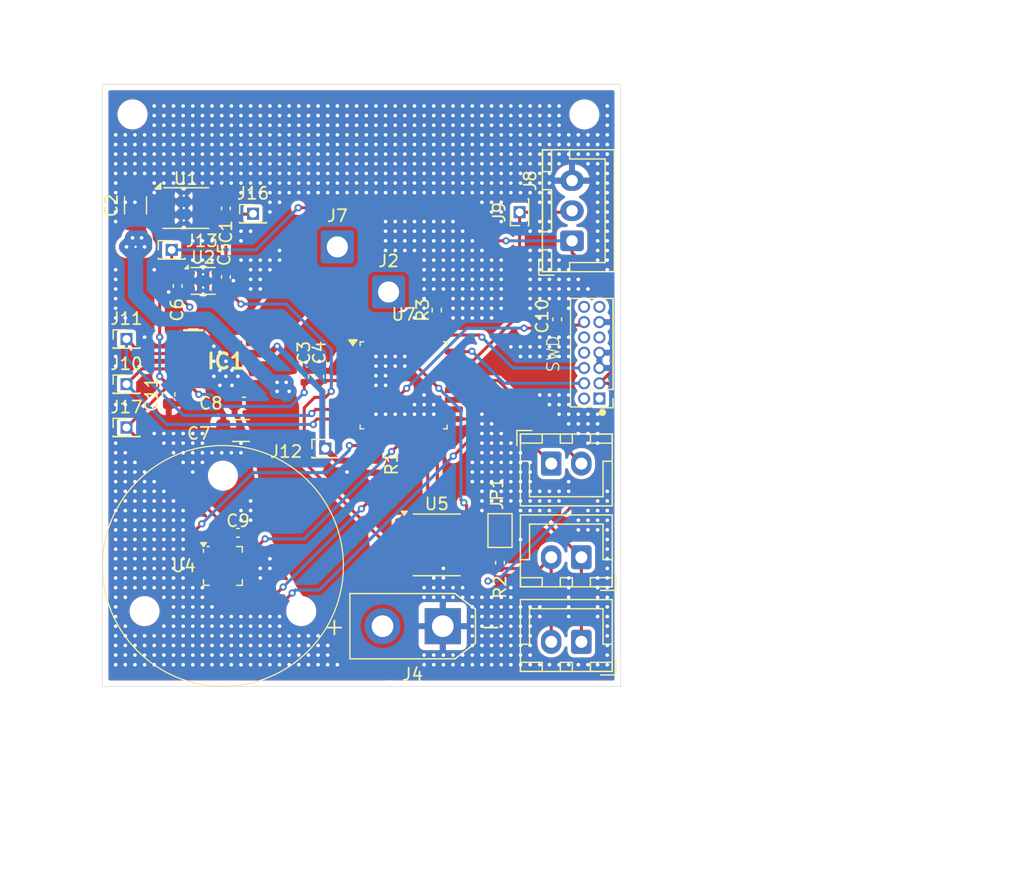
<source format=kicad_pcb>
(kicad_pcb (version 20240108) (generator "pcbnew") (generator_version "8.0")
  (layers (0 "F.Cu" signal "Front") (1 "In1.Cu" signal) (2 "In2.Cu" signal) (31 "B.Cu" signal "Back") (34 "B.Paste" user) (35 "F.Paste" user) (36 "B.SilkS" user "B.Silkscreen") (37 "F.SilkS" user "F.Silkscreen") (38 "B.Mask" user) (39 "F.Mask" user) (44 "Edge.Cuts" user))
  (net 0 "")
  (net 1 "GND")
  (net 2 "+3V3")
  (net 3 "+12V")
  (net 4 "RP_RX")
  (net 5 "RP_TX")
  (net 6 "ISEN")
  (net 7 "Net-(IC1-OUT2)")
  (net 8 "Net-(IC1-OUT1)")
  (net 9 "MOSI")
  (net 10 "+5V")
  (net 11 "CAN_H")
  (net 12 "CAN_L")
  (net 13 "CAN_SILENT")
  (net 19 "NRST")
  (net 20 "SWCLK")
  (net 21 "SWDIO")
  (net 23 "DRV_IN2")
  (net 27 "MISO")
  (net 28 "MAG_CS")
  (net 32 "SCK")
  (net 38 "DRV_IN1")
  (net 53 "Net-(JP1-A)")
  (net 58 "uC_UART_RX")
  (net 59 "uC_UART_TX")
  (net 60 "uC_PWM_IN")
  (footprint "Capacitor_SMD:C_0402_1005Metric" (layer "F.Cu") (at 103 79.27 90)
    (property "Reference" "C4")
    (property "Value" "4.7uF")
  )
  (footprint "MountingHole:MountingHole_2.2mm_M2" (layer "F.Cu") (at 87.5 57.5)
    (property "Reference" "REF**" (hide yes))
    (property "Value" "MountingHole_2.2mm_M2")
  )
  (footprint "Capacitor_SMD:C_0402_1005Metric" (layer "F.Cu") (at 118.000002 94.730002 -90)
    (property "Reference" "R2")
    (property "Value" "120")
  )
  (footprint "Connector_JST:JST_XH_B3B-XH-A_1x03_P2.50mm_Vertical" (layer "F.Cu") (at 123.975002 68.000002 90)
    (property "Reference" "J8")
    (property "Value" "PWM/PWR")
  )
  (footprint "Connector_JST:JST_XH_B2B-XH-A_1x02_P2.50mm_Vertical" (layer "F.Cu") (at 124.749999 94.275002 180)
    (property "Reference" "J6" (hide yes))
    (property "Value" "Control_In")
  )
  (footprint "Resistor_SMD:R_0402_1005Metric" (layer "F.Cu") (at 112.75 73.75 90)
    (property "Reference" "R3")
    (property "Value" "10k")
  )
  (footprint "Capacitor_SMD:C_0402_1005Metric" (layer "F.Cu") (at 95.25 71.000001 -90)
    (property "Reference" "C5")
    (property "Value" "1uF")
  )
  (footprint "Connector_PinHeader_1.27mm:PinHeader_1x01_P1.27mm_Vertical" (layer "F.Cu") (at 87 79.905)
    (property "Reference" "J10")
    (property "Value" "Debug_IN1")
  )
  (footprint "Connector_AMASS:AMASS_XT30UPB-M_1x02_P5.0mm_Vertical" (layer "F.Cu") (at 113.25 100 180)
    (property "Reference" "J4")
    (property "Value" "Power_In")
  )
  (footprint "Package_DFN_QFN:QFN-16-1EP_3x3mm_P0.5mm_EP1.75x1.75mm" (layer "F.Cu") (at 95 95)
    (property "Reference" "U4")
    (property "Value" "MA730")
  )
  (footprint "Connector_PinHeader_1.27mm:PinHeader_1x01_P1.27mm_Vertical" (layer "F.Cu") (at 87 76.155)
    (property "Reference" "J11")
    (property "Value" "Debug_IN2")
  )
  (footprint "Package_SO:SOIC-8_3.9x4.9mm_P1.27mm" (layer "F.Cu") (at 112.75 93.250001)
    (property "Reference" "U5")
    (property "Value" "TJA1051T-3")
  )
  (footprint "Connector_PinHeader_1.27mm:PinHeader_1x01_P1.27mm_Vertical" (layer "F.Cu") (at 87 83.5)
    (property "Reference" "J17")
    (property "Value" "Debug_3.3V")
  )
  (footprint "Capacitor_SMD:C_0603_1608Metric" (layer "F.Cu") (at 90.5 80.75 90)
    (property "Reference" "C11")
    (property "Value" "100nF")
  )
  (footprint "MountingHole:MountingHole_2.2mm_M2" (layer "F.Cu") (at 125 57.5)
    (property "Reference" "REF**" (hide yes))
    (property "Value" "MountingHole_2.2mm_M2")
  )
  (footprint "Connector_Wire:SolderWire-1sqmm_1x01_D1.4mm_OD2.7mm" (layer "F.Cu") (at 108.75 72.25)
    (property "Reference" "J2")
    (property "Value" "MOT_A")
  )
  (footprint "Jumper:SolderJumper-2_P1.3mm_Open_Pad1.0x1.5mm" (layer "F.Cu") (at 118.000001 92.060001 90)
    (property "Reference" "JP1")
    (property "Value" "Jumper_2_Open")
  )
  (footprint "Connector_PinHeader_1.27mm:PinHeader_2x07_P1.27mm_Vertical" (layer "F.Cu") (at 126.25 81.100001 180)
    (property "Reference" "J3" (hide yes))
    (property "Value" "Conn_02x07_Odd_Even")
  )
  (footprint "Connector_PinHeader_1.27mm:PinHeader_1x01_P1.27mm_Vertical" (layer "F.Cu") (at 97.5 65.750001)
    (property "Reference" "J16")
    (property "Value" "Debug_5V")
  )
  (footprint "Capacitor_SMD:C_0402_1005Metric" (layer "F.Cu") (at 91.25 71.750001 -90)
    (property "Reference" "C6")
    (property "Value" "2.2uF")
  )
  (footprint "Package_QFP:LQFP-32_7x7mm_P0.8mm" (layer "F.Cu") (at 110 80)
    (property "Reference" "U7")
    (property "Value" "STM32G0B1KBTx")
  )
  (footprint "_custom:SOIC127P600X170-9N" (layer "F.Cu") (at 95.25 78)
    (property "Reference" "IC1")
    (property "Value" "DRV8251DDAR" (hide yes))
  )
  (footprint "Connector_PinHeader_1.27mm:PinHeader_1x01_P1.27mm_Vertical" (layer "F.Cu") (at 103.5 85.25)
    (property "Reference" "J12")
    (property "Value" "Debug_ISEN")
  )
  (footprint "Connector_Wire:SolderWire-1sqmm_1x01_D1.4mm_OD2.7mm" (layer "F.Cu") (at 104.5 68.5)
    (property "Reference" "J7")
    (property "Value" "MOT_B")
  )
  (footprint "Package_SON:WSON-6-1EP_2x2mm_P0.65mm_EP1x1.6mm_ThermalVias" (layer "F.Cu") (at 93.3625 71.330006)
    (property "Reference" "U2")
    (property "Value" "TLV76733DRVx")
  )
  (footprint "Capacitor_SMD:C_1206_3216Metric" (layer "F.Cu") (at 96.5 83.75)
    (property "Reference" "C7")
    (property "Value" "10uF")
  )
  (footprint "MountingHole:MountingHole_2.2mm_M2" (layer "F.Cu") (at 88.5 98.75)
    (property "Reference" "REF**" (hide yes))
    (property "Value" "MountingHole_2.2mm_M2")
  )
  (footprint "MountingHole:MountingHole_2.2mm_M2" (layer "F.Cu") (at 101.5 98.75)
    (property "Reference" "REF**" (hide yes))
    (property "Value" "MountingHole_2.2mm_M2")
  )
  (footprint "Capacitor_SMD:C_0402_1005Metric" (layer "F.Cu") (at 96.25 92.25 180)
    (property "Reference" "C9")
    (property "Value" "100nF")
  )
  (footprint "Resistor_SMD:R_0402_1005Metric" (layer "F.Cu") (at 107.75 86.75 -90)
    (property "Reference" "R1")
    (property "Value" "15k")
  )
  (footprint "Connector_JST:JST_XH_B2B-XH-A_1x02_P2.50mm_Vertical" (layer "F.Cu") (at 124.749999 101.300001 180)
    (property "Reference" "J1" (hide yes))
    (property "Value" "Control_In")
  )
  (footprint "Connector_PinHeader_1.27mm:PinHeader_1x01_P1.27mm_Vertical" (layer "F.Cu") (at 90.75 68.750001)
    (property "Reference" "J13")
    (property "Value" "Debug_VREF")
  )
  (footprint "MountingHole:MountingHole_2.2mm_M2" (layer "F.Cu") (at 95 87.5)
    (property "Reference" "REF**" (hide yes))
    (property "Value" "MountingHole_2.2mm_M2")
  )
  (footprint "Connector_JST:JST_XH_B2B-XH-A_1x02_P2.50mm_Vertical" (layer "F.Cu") (at 122.25 86.500001)
    (property "Reference" "J5" (hide yes))
    (property "Value" "Control_In")
  )
  (footprint "Capacitor_SMD:C_0402_1005Metric" (layer "F.Cu") (at 101.750002 79.27 90)
    (property "Reference" "C3")
    (property "Value" "100nF")
  )
  (footprint "Capacitor_SMD:C_0603_1608Metric" (layer "F.Cu") (at 96.75 81.5)
    (property "Reference" "C8")
    (property "Value" "100nF")
  )
  (footprint "Capacitor_SMD:C_0402_1005Metric" (layer "F.Cu") (at 122.75 74.520001 -90)
    (property "Reference" "C10")
    (property "Value" "100nF")
  )
  (footprint "Package_LGA:Texas_SIL0010A_MicroSiP-10-1EP_3.8x3mm_P0.6mm_EP0.7x2.9mm_ThermalVias" (layer "F.Cu") (at 91.924999 65.280001)
    (property "Reference" "U1")
    (property "Value" "LMZM23601V5")
  )
  (footprint "Capacitor_SMD:C_1206_3216Metric" (layer "F.Cu") (at 87.75 65.060001 -90)
    (property "Reference" "C2")
    (property "Value" "10uF")
  )
  (footprint "Connector_PinHeader_1.27mm:PinHeader_1x01_P1.27mm_Vertical" (layer "F.Cu") (at 119.625 65.625001 90)
    (property "Reference" "J9")
    (property "Value" "Debug_PWM_IN")
  )
  (footprint "Capacitor_SMD:C_0402_1005Metric" (layer "F.Cu") (at 95.25 65.310001 -90)
    (property "Reference" "C1")
    (property "Value" "100nF")
  )
  (gr_circle (center 95 95) (end 105 95) (stroke (width 0.1)) (fill none) (layer "F.SilkS"))
  (gr_circle (center 126.5 82.25) (end 126.75 82.25) (stroke (width 0.1)) (fill solid) (layer "F.SilkS"))
  (gr_rect (start 85 55) (end 128 105) (stroke (width 0.05)) (fill none) (layer "Edge.Cuts"))
  (gr_text "SWD" (at 123 79 90) (layer "F.SilkS") (effects (font (size 1 1) (thickness 0.1)) (justify left bottom)))
  (segment (start 95.25 80.775001) (end 95.974999 81.5) (width 1.25) (layer "F.Cu") (net 1))
  (segment (start 95.5 78) (end 94.25 78) (width 1.25) (layer "F.Cu") (net 1))
  (segment (start 95.25 78.5) (end 95.25 78.5) (width 1.25) (layer "F.Cu") (net 1))
  (segment (start 94.75 77.25) (end 95.25 76.75) (width 1.25) (layer "F.Cu") (net 1))
  (segment (start 95.25 76.25) (end 94 75) (width 1.25) (layer "F.Cu") (net 1))
  (segment (start 96.25 79.25) (end 96 79.25) (width 1.25) (layer "F.Cu") (net 1))
  (segment (start 101.750002 78.79) (end 101.750002 78.249998) (width 0.254) (layer "F.Cu") (net 1))
  (segment (start 94.25 79.25) (end 94.75 78.75) (width 1.25) (layer "F.Cu") (net 1))
  (segment (start 95.699644 71.480001) (end 95.25 71.480001) (width 0.254) (layer "F.Cu") (net 1))
  (segment (start 94.25 78) (end 94.25 79.25) (width 1.25) (layer "F.Cu") (net 1))
  (segment (start 96 79.25) (end 96.25 79.25) (width 1.25) (layer "F.Cu") (net 1))
  (segment (start 95.25 78) (end 94.75 80) (width 1.25) (layer "F.Cu") (net 1))
  (segment (start 95.25 79.5) (end 95.75 80) (width 1.25) (layer "F.Cu") (net 1))
  (segment (start 95.25 79.25) (end 95.75 78.75) (width 1.25) (layer "F.Cu") (net 1))
  (segment (start 92.538 76.095) (end 95.095 76.095) (width 0.508) (layer "F.Cu") (net 1))
  (segment (start 103 78.79) (end 103 78) (width 0.254) (layer "F.Cu") (net 1))
  (segment (start 93.912499 71.330006) (end 93.3625 70.780007) (width 0.254) (layer "F.Cu") (net 1))
  (segment (start 95.873 71.306645) (end 95.699644 71.480001) (width 0.254) (layer "F.Cu") (net 1))
  (segment (start 95.25 75.75) (end 96.25 74.75) (width 1.25) (layer "F.Cu") (net 1))
  (segment (start 94.75 80) (end 95.25 79.5) (width 1.25) (layer "F.Cu") (net 1))
  (segment (start 95.25 77.75) (end 94.75 77.25) (width 1.25) (layer "F.Cu") (net 1))
  (segment (start 95.25 78.25) (end 95.5 78) (width 1.25) (layer "F.Cu") (net 1))
  (segment (start 95.75 80) (end 95.25 80.5) (width 1.25) (layer "F.Cu") (net 1))
  (segment (start 95.095 76.095) (end 95.25 76.25) (width 0.508) (layer "F.Cu") (net 1))
  (segment (start 101.750002 78.249998) (end 101.905331 78.094669) (width 0.254) (layer "F.Cu") (net 1))
  (segment (start 95.25 78) (end 95.25 78.25) (width 1.25) (layer "F.Cu") (net 1))
  (segment (start 95.100005 71.330006) (end 94.25 71.330006) (width 0.254) (layer "F.Cu") (net 1))
  (segment (start 94.75 78.75) (end 95.25 79.25) (width 1.25) (layer "F.Cu") (net 1))
  (segment (start 95.25 78) (end 95.25 77.75) (width 1.25) (layer "F.Cu") (net 1))
  (segment (start 95.25 78.25) (end 95.75 78.75) (width 1.25) (layer "F.Cu") (net 1))
  (segment (start 94.25 71.330006) (end 93.912499 71.330006) (width 0.254) (layer "F.Cu") (net 1))
  (segment (start 95.25 76.75) (end 95.25 75.75) (width 1.25) (layer "F.Cu") (net 1))
  (segment (start 95.25 71.480001) (end 95.100005 71.330006) (width 0.254) (layer "F.Cu") (net 1))
  (segment (start 95.25 80.5) (end 95.25 80.775001) (width 1.25) (layer "F.Cu") (net 1))
  (segment (start 93.912499 71.330006) (end 93.3625 71.880005) (width 0.254) (layer "F.Cu") (net 1))
  (via (at 126.1 64.8) (size 0.6) (drill 0.3) (layers "F.Cu" "B.Cu") (net 1))
  (via (at 90.9 60.8) (size 0.6) (drill 0.3) (layers "F.Cu" "B.Cu") (net 1))
  (via (at 94.9 56.8) (size 0.6) (drill 0.3) (layers "F.Cu" "B.Cu") (net 1))
  (via (at 86.9 90.4) (size 0.6) (drill 0.3) (layers "F.Cu" "B.Cu") (net 1))
  (via (at 126.1 61.6) (size 0.6) (drill 0.3) (layers "F.Cu" "B.Cu") (net 1))
  (via (at 87.7 93.6) (size 0.6) (drill 0.3) (layers "F.Cu" "B.Cu") (net 1))
  (via (at 120.5 73.6) (size 0.6) (drill 0.3) (layers "F.Cu" "B.Cu") (net 1))
  (via (at 93.3 56.8) (size 0.6) (drill 0.3) (layers "F.Cu" "B.Cu") (net 1))
  (via (at 92.5 69.6) (size 0.6) (drill 0.3) (layers "F.Cu" "B.Cu") (net 1))
  (via (at 100.5 101.6) (size 0.6) (drill 0.3) (layers "F.Cu" "B.Cu") (net 1))
  (via (at 87.7 60) (size 0.6) (drill 0.3) (layers "F.Cu" "B.Cu") (net 1))
  (via (at 102.1 102.4) (size 0.6) (drill 0.3) (layers "F.Cu" "B.Cu") (net 1))
  (via (at 110.1 66.4) (size 0.6) (drill 0.3) (layers "F.Cu" "B.Cu") (net 1))
  (via (at 123.7 82.4) (size 0.6) (drill 0.3) (layers "F.Cu" "B.Cu") (net 1))
  (via (at 122.9 72) (size 0.6) (drill 0.3) (layers "F.Cu" "B.Cu") (net 1))
  (via (at 117.3 62.4) (size 0.6) (drill 0.3) (layers "F.Cu" "B.Cu") (net 1))
  (via (at 117.3 102.4) (size 0.6) (drill 0.3) (layers "F.Cu" "B.Cu") (net 1))
  (via (at 103.7 59.2) (size 0.6) (drill 0.3) (layers "F.Cu" "B.Cu") (net 1))
  (via (at 118.1 88.8) (size 0.6) (drill 0.3) (layers "F.Cu" "B.Cu") (net 1))
  (via (at 110.1 77.6) (size 0.6) (drill 0.3) (layers "F.Cu" "B.Cu") (net 1))
  (via (at 102.1 60) (size 0.6) (drill 0.3) (layers "F.Cu" "B.Cu") (net 1))
  (via (at 86.1 70.4) (size 0.6) (drill 0.3) (layers "F.Cu" "B.Cu") (net 1))
  (via (at 125.3 84.8) (size 0.6) (drill 0.3) (layers "F.Cu" "B.Cu") (net 1))
  (via (at 90.1 92) (size 0.6) (drill 0.3) (layers "F.Cu" "B.Cu") (net 1))
  (via (at 126.9 70.4) (size 0.6) (drill 0.3) (layers "F.Cu" "B.Cu") (net 1))
  (via (at 106.9 62.4) (size 0.6) (drill 0.3) (layers "F.Cu" "B.Cu") (net 1))
  (via (at 89.3 90.4) (size 0.6) (drill 0.3) (layers "F.Cu" "B.Cu") (net 1))
  (via (at 107.7 79.2) (size 0.6) (drill 0.3) (layers "F.Cu" "B.Cu") (net 1))
  (via (at 92.5 59.2) (size 0.6) (drill 0.3) (layers "F.Cu" "B.Cu") (net 1))
  (via (at 119.7 102.4) (size 0.6) (drill 0.3) (layers "F.Cu" "B.Cu") (net 1))
  (via (at 118.1 57.6) (size 0.6) (drill 0.3) (layers "F.Cu" "B.Cu") (net 1))
  (via (at 114.9 67.2) (size 0.6) (drill 0.3) (layers "F.Cu" "B.Cu") (net 1))
  (via (at 118.9 76.8) (size 0.6) (drill 0.3) (layers "F.Cu" "B.Cu") (net 1))
  (via (at 115.7 86.4) (size 0.6) (drill 0.3) (layers "F.Cu" "B.Cu") (net 1))
  (via (at 110.9 82.4) (size 0.6) (drill 0.3) (layers "F.Cu" "B.Cu") (net 1))
  (via (at 100.5 102.4) (size 0.6) (drill 0.3) (layers "F.Cu" "B.Cu") (net 1))
  (via (at 96.5 85.6) (size 0.6) (drill 0.3) (layers "F.Cu" "B.Cu") (net 1))
  (via (at 109.3 58.4) (size 0.6) (drill 0.3) (layers "F.Cu" "B.Cu") (net 1))
  (via (at 126.9 68) (size 0.6) (drill 0.3) (layers "F.Cu" "B.Cu") (net 1))
  (via (at 94.25 78) (size 0.6) (drill 0.3) (layers "F.Cu" "B.Cu") (net 1))
  (via (at 95.7 85.6) (size 0.6) (drill 0.3) (layers "F.Cu" "B.Cu") (net 1))
  (via (at 97.3 89.6) (size 0.6) (drill 0.3) (layers "F.Cu" "B.Cu") (net 1))
  (via (at 114.9 96.8) (size 0.6) (drill 0.3) (layers "F.Cu" "B.Cu") (net 1))
  (via (at 120.5 90.4) (size 0.6) (drill 0.3) (layers "F.Cu" "B.Cu") (net 1))
  (via (at 92.5 60) (size 0.6) (drill 0.3) (layers "F.Cu" "B.Cu") (net 1))
  (via (at 86.9 64.8) (size 0.6) (drill 0.3) (layers "F.Cu" "B.Cu") (net 1))
  (via (at 122.9 76) (size 0.6) (drill 0.3) (layers "F.Cu" "B.Cu") (net 1))
  (via (at 86.9 89.6) (size 0.6) (drill 0.3) (layers "F.Cu" "B.Cu") (net 1))
  (via (at 106.9 63.2) (size 0.6) (drill 0.3) (layers "F.Cu" "B.Cu") (net 1))
  (via (at 114.9 58.4) (size 0.6) (drill 0.3) (layers "F.Cu" "B.Cu") (net 1))
  (via (at 90.1 88.8) (size 0.6) (drill 0.3) (layers "F.Cu" "B.Cu") (net 1))
  (via (at 86.1 97.6) (size 0.6) (drill 0.3) (layers "F.Cu" "B.Cu") (net 1))
  (via (at 118.1 70.4) (size 0.6) (drill 0.3) (layers "F.Cu" "B.Cu") (net 1))
  (via (at 94.25 76.75) (size 0.6) (drill 0.3) (layers "F.Cu" "B.Cu") (net 1))
  (via (at 102.9 61.6) (size 0.6) (drill 0.3) (layers "F.Cu" "B.Cu") (net 1))
  (via (at 120.5 71.2) (size 0.6) (drill 0.3) (layers "F.Cu" "B.Cu") (net 1))
  (via (at 94.75 78.75) (size 0.6) (drill 0.3) (layers "F.Cu" "B.Cu") (net 1))
  (via (at 88.5 76) (size 0.6) (drill 0.3) (layers "F.Cu" "B.Cu") (net 1))
  (via (at 93.3 102.4) (size 0.6) (drill 0.3) (layers "F.Cu" "B.Cu") (net 1))
  (via (at 94.1 60) (size 0.6) (drill 0.3) (layers "F.Cu" "B.Cu") (net 1))
  (via (at 91.7 90.4) (size 0.6) (drill 0.3) (layers "F.Cu" "B.Cu") (net 1))
  (via (at 108.5 62.4) (size 0.6) (drill 0.3) (layers "F.Cu" "B.Cu") (net 1))
  (via (at 96.5 103.2) (size 0.6) (drill 0.3) (layers "F.Cu" "B.Cu") (net 1))
  (via (at 118.1 58.4) (size 0.6) (drill 0.3) (layers "F.Cu" "B.Cu") (net 1))
  (via (at 104.5 58.4) (size 0.6) (drill 0.3) (layers "F.Cu" "B.Cu") (net 1))
  (via (at 112.5 67.2) (size 0.6) (drill 0.3) (layers "F.Cu" "B.Cu") (net 1))
  (via (at 98.1 61.6) (size 0.6) (drill 0.3) (layers "F.Cu" "B.Cu") (net 1))
  (via (at 86.9 59.2) (size 0.6) (drill 0.3) (layers "F.Cu" "B.Cu") (net 1))
  (via (at 111.7 74.4) (size 0.6) (drill 0.3) (layers "F.Cu" "B.Cu") (net 1))
  (via (at 118.1 99.2) (size 0.6) (drill 0.3) (layers "F.Cu" "B.Cu") (net 1))
  (via (at 98.9 62.4) (size 0.6) (drill 0.3) (layers "F.Cu" "B.Cu") (net 1))
  (via (at 117.3 70.4) (size 0.6) (drill 0.3) (layers "F.Cu" "B.Cu") (net 1))
  (via (at 94.1 98.4) (size 0.6) (drill 0.3) (layers "F.Cu" "B.Cu") (net 1))
  (via (at 112.5 61.6) (size 0.6) (drill 0.3) (layers "F.Cu" "B.Cu") (net 1))
  (via (at 117.3 59.2) (size 0.6) (drill 0.3) (layers "F.Cu" "B.Cu") (net 1))
  (via (at 122.1 71.2) (size 0.6) (drill 0.3) (layers "F.Cu" "B.Cu") (net 1))
  (via (at 122.9 69.6) (size 0.6) (drill 0.3) (layers "F.Cu" "B.Cu") (net 1))
  (via (at 92.5 63.2) (size 0.6) (drill 0.3) (layers "F.Cu" "B.Cu") (net 1))
  (via (at 100.5 56.8) (size 0.6) (drill 0.3) (layers "F.Cu" "B.Cu") (net 1))
  (via (at 99.7 60) (size 0.6) (drill 0.3) (layers "F.Cu" "B.Cu") (net 1))
  (via (at 117.3 72.8) (size 0.6) (drill 0.3) (layers "F.Cu" "B.Cu") (net 1))
  (via (at 87.7 92.8) (size 0.6) (drill 0.3) (layers "F.Cu" "B.Cu") (net 1))
  (via (at 105.3 60) (size 0.6) (drill 0.3) (layers "F.Cu" "B.Cu") (net 1))
  (via (at 114.9 103.2) (size 0.6) (drill 0.3) (layers "F.Cu" "B.Cu") (net 1))
  (via (at 126.1 60) (size 0.6) (drill 0.3) (layers "F.Cu" "B.Cu") (net 1))
  (via (at 111.7 70.4) (size 0.6) (drill 0.3) (layers "F.Cu" "B.Cu") (net 1))
  (via (at 110.1 61.6) (size 0.6) (drill 0.3) (layers "F.Cu" "B.Cu") (net 1))
  (via (at 95.873 71.306645) (size 0.6) (drill 0.3) (layers "F.Cu" "B.Cu") (net 1))
  (via (at 97.3 67.2) (size 0.6) (drill 0.3) (layers "F.Cu" "B.Cu") (net 1))
  (via (at 109.3 67.2) (size 0.6) (drill 0.3) (layers "F.Cu" "B.Cu") (net 1))
  (via (at 94.1 100.8) (size 0.6) (drill 0.3) (layers "F.Cu" "B.Cu") (net 1))
  (via (at 106.1 56.8) (size 0.6) (drill 0.3) (layers "F.Cu" "B.Cu") (net 1))
  (via (at 123.7 70.4) (size 0.6) (drill 0.3) (layers "F.Cu" "B.Cu") (net 1))
  (via (at 111.7 64) (size 0.6) (drill 0.3) (layers "F.Cu" "B.Cu") (net 1))
  (via (at 90.1 97.6) (size 0.6) (drill 0.3) (layers "F.Cu" "B.Cu") (net 1))
  (via (at 86.1 96) (size 0.6) (drill 0.3) (layers "F.Cu" "B.Cu") (net 1))
  (via (at 88.5 59.2) (size 0.6) (drill 0.3) (layers "F.Cu" "B.Cu") (net 1))
  (via (at 86.9 87.2) (size 0.6) (drill 0.3) (layers "F.Cu" "B.Cu") (net 1))
  (via (at 102.1 62.4) (size 0.6) (drill 0.3) (layers "F.Cu" "B.Cu") (net 1))
  (via (at 103 78) (size 0.6) (drill 0.3) (layers "F.Cu" "B.Cu") (net 1))
  (via (at 120.5 99.2) (size 0.6) (drill 0.3) (layers "F.Cu" "B.Cu") (net 1))
  (via (at 115.7 59.2) (size 0.6) (drill 0.3) (layers "F.Cu" "B.Cu") (net 1))
  (via (at 86.1 72) (size 0.6) (drill 0.3) (layers "F.Cu" "B.Cu") (net 1))
  (via (at 120.5 67.2) (size 0.6) (drill 0.3) (layers "F.Cu" "B.Cu") (net 1))
  (via (at 118.1 63.2) (size 0.6) (drill 0.3) (layers "F.Cu" "B.Cu") (net 1))
  (via (at 115.7 69.6) (size 0.6) (drill 0.3) (layers "F.Cu" "B.Cu") (net 1))
  (via (at 109.3 66.4) (size 0.6) (drill 0.3) (layers "F.Cu" "B.Cu") (net 1))
  (via (at 115.7 97.6) (size 0.6) (drill 0.3) (layers "F.Cu" "B.Cu") (net 1))
  (via (at 121.3 88.8) (size 0.6) (drill 0.3) (layers "F.Cu" "B.Cu") (net 1))
  (via (at 107.7 82.4) (size 0.6) (drill 0.3) (layers "F.Cu" "B.Cu") (net 1))
  (via (at 118.9 64) (size 0.6) (drill 0.3) (layers "F.Cu" "B.Cu") (net 1))
  (via (at 92.5 102.4) (size 0.6) (drill 0.3) (layers "F.Cu" "B.Cu") (net 1))
  (via (at 115.7 73.6) (size 0.6) (drill 0.3) (layers "F.Cu" "B.Cu") (net 1))
  (via (at 92.5 57.6) (size 0.6) (drill 0.3) (layers "F.Cu" "B.Cu") (net 1))
  (via (at 120.5 88.8) (size 0.6) (drill 0.3) (layers "F.Cu" "B.Cu") (net 1))
  (via (at 96.5 91.2) (size 0.6) (drill 0.3) (layers "F.Cu" "B.Cu") (net 1))
  (via (at 93.3 61.6) (size 0.6) (drill 0.3) (layers "F.Cu" "B.Cu") (net 1))
  (via (at 116.5 58.4) (size 0.6) (drill 0.3) (layers "F.Cu" "B.Cu") (net 1))
  (via (at 114.1 58.4) (size 0.6) (drill 0.3) (layers "F.Cu" "B.Cu") (net 1))
  (via (at 99.7 69.6) (size 0.6) (drill 0.3) (layers "F.Cu" "B.Cu") (net 1))
  (via (at 117.3 58.4) (size 0.6) (drill 0.3) (layers "F.Cu" "B.Cu") (net 1))
  (via (at 121.3 60) (size 0.6) (drill 0.3) (layers "F.Cu" "B.Cu") (net 1))
  (via (at 120.5 70.4) (size 0.6) (drill 0.3) (layers "F.Cu" "B.Cu") (net 1))
  (via (at 122.1 72) (size 0.6) (drill 0.3) (layers "F.Cu" "B.Cu") (net 1))
  (via (at 122.1 63.2) (size 0.6) (drill 0.3) (layers "F.Cu" "B.Cu") (net 1))
  (via (at 94.9 62.4) (size 0.6) (drill 0.3) (layers "F.Cu" "B.Cu") (net 1))
  (via (at 101.3 102.4) (size 0.6) (drill 0.3) (layers "F.Cu" "B.Cu") (net 1))
  (via (at 94.1 85.6) (size 0.6) (drill 0.3) (layers "F.Cu" "B.Cu") (net 1))
  (via (at 116.5 87.2) (size 0.6) (drill 0.3) (layers "F.Cu" "B.Cu") (net 1))
  (via (at 98.1 96) (size 0.6) (drill 0.3) (layers "F.Cu" "B.Cu") (net 1))
  (via (at 117.3 101.6) (size 0.6) (drill 0.3) (layers "F.Cu" "B.Cu") (net 1))
  (via (at 106.1 59.2) (size 0.6) (drill 0.3) (layers "F.Cu" "B.Cu") (net 1))
  (via (at 114.9 57.6) (size 0.6) (drill 0.3) (layers "F.Cu" "B.Cu") (net 1))
  (via (at 93.3 63.2) (size 0.6) (drill 0.3) (layers "F.Cu" "B.Cu") (net 1))
  (via (at 119.7 98.4) (size 0.6) (drill 0.3) (layers "F.Cu" "B.Cu") (net 1))
  (via (at 88.5 103.2) (size 0.6) (drill 0.3) (layers "F.Cu" "B.Cu") (net 1))
  (via (at 86.9 95.2) (size 0.6) (drill 0.3) (layers "F.Cu" "B.Cu") (net 1))
  (via (at 110.1 60.8) (size 0.6) (drill 0.3) (layers "F.Cu" "B.Cu") (net 1))
  (via (at 110.9 59.2) (size 0.6) (drill 0.3) (layers "F.Cu" "B.Cu") (net 1))
  (via (at 116.5 86.4) (size 0.6) (drill 0.3) (layers "F.Cu" "B.Cu") (net 1))
  (via (at 91.7 91.2) (size 0.6) (drill 0.3) (layers "F.Cu" "B.Cu") (net 1))
  (via (at 103.7 56.8) (size 0.6) (drill 0.3) (layers "F.Cu" "B.Cu") (net 1))
  (via (at 90.1 100.8) (size 0.6) (drill 0.3) (layers "F.Cu" "B.Cu") (net 1))
  (via (at 115.7 64) (size 0.6) (drill 0.3) (layers "F.Cu" "B.Cu") (net 1))
  (via (at 108.5 78.4) (size 0.6) (drill 0.3) (layers "F.Cu" "B.Cu") (net 1))
  (via (at 110.9 60.8) (size 0.6) (drill 0.3) (layers "F.Cu" "B.Cu") (net 1))
  (via (at 91.7 102.4) (size 0.6) (drill 0.3) (layers "F.Cu" "B.Cu") (net 1))
  (via (at 123.7 72) (size 0.6) (drill 0.3) (layers "F.Cu" "B.Cu") (net 1))
  (via (at 90.1 96) (size 0.6) (drill 0.3) (layers "F.Cu" "B.Cu") (net 1))
  (via (at 99.7 60.8) (size 0.6) (drill 0.3) (layers "F.Cu" "B.Cu") (net 1))
  (via (at 112.5 69.6) (size 0.6) (drill 0.3) (layers "F.Cu" "B.Cu") (net 1))
  (via (at 98.1 95.2) (size 0.6) (drill 0.3) (layers "F.Cu" "B.Cu") (net 1))
  (via (at 118.1 64) (size 0.6) (drill 0.3) (layers "F.Cu" "B.Cu") (net 1))
  (via (at 99.7 62.4) (size 0.6) (drill 0.3) (layers "F.Cu" "B.Cu") (net 1))
  (via (at 88.5 92.8) (size 0.6) (drill 0.3) (layers "F.Cu" "B.Cu") (net 1))
  (via (at 95.7 100.8) (size 0.6) (drill 0.3) (layers "F.Cu" "B.Cu") (net 1))
  (via (at 86.9 74.4) (size 0.6) (drill 0.3) (layers "F.Cu" "B.Cu") (net 1))
  (via (at 94.9 61.6) (size 0.6) (drill 0.3) (layers "F.Cu" "B.Cu") (net 1))
  (via (at 86.1 87.2) (size 0.6) (drill 0.3) (layers "F.Cu" "B.Cu") (net 1))
  (via (at 114.9 56.8) (size 0.6) (drill 0.3) (layers "F.Cu" "B.Cu") (net 1))
  (via (at 89.3 88.8) (size 0.6) (drill 0.3) (layers "F.Cu" "B.Cu") (net 1))
  (via (at 114.1 61.6) (size 0.6) (drill 0.3) (layers "F.Cu" "B.Cu") (net 1))
  (via (at 126.9 59.2) (size 0.6) (drill 0.3) (layers "F.Cu" "B.Cu") (net 1))
  (via (at 120.5 100) (size 0.6) (drill 0.3) (layers "F.Cu" "B.Cu") (net 1))
  (via (at 118.1 60) (size 0.6) (drill 0.3) (layers "F.Cu" "B.Cu") (net 1))
  (via (at 116.5 60) (size 0.6) (drill 0.3) (layers "F.Cu" "B.Cu") (net 1))
  (via (at 104.5 63.2) (size 0.6) (drill 0.3) (layers "F.Cu" "B.Cu") (net 1))
  (via (at 106.1 60) (size 0.6) (drill 0.3) (layers "F.Cu" "B.Cu") (net 1))
  (via (at 126.9 103.2) (size 0.6) (drill 0.3) (layers "F.Cu" "B.Cu") (net 1))
  (via (at 86.1 59.2) (size 0.6) (drill 0.3) (layers "F.Cu" "B.Cu") (net 1))
  (via (at 89.3 92.8) (size 0.6) (drill 0.3) (layers "F.Cu" "B.Cu") (net 1))
  (via (at 90.9 59.2) (size 0.6) (drill 0.3) (layers "F.Cu" "B.Cu") (net 1))
  (via (at 115.7 70.4) (size 0.6) (drill 0.3) (layers "F.Cu" "B.Cu") (net 1))
  (via (at 126.9 69.6) (size 0.6) (drill 0.3) (layers "F.Cu" "B.Cu") (net 1))
  (via (at 114.9 60) (size 0.6) (drill 0.3) (layers "F.Cu" "B.Cu") (net 1))
  (via (at 118.9 86.4) (size 0.6) (drill 0.3) (layers "F.Cu" "B.Cu") (net 1))
  (via (at 89.3 64) (size 0.6) (drill 0.3) (layers "F.Cu" "B.Cu") (net 1))
  (via (at 117.3 64) (size 0.6) (drill 0.3) (layers "F.Cu" "B.Cu") (net 1))
  (via (at 111.7 72.8) (size 0.6) (drill 0.3) (layers "F.Cu" "B.Cu") (net 1))
  (via (at 108.5 68) (size 0.6) (drill 0.3) (layers "F.Cu" "B.Cu") (net 1))
  (via (at 106.1 60.8) (size 0.6) (drill 0.3) (layers "F.Cu" "B.Cu") (net 1))
  (via (at 125.3 92) (size 0.6) (drill 0.3) (layers "F.Cu" "B.Cu") (net 1))
  (via (at 126.1 83.2) (size 0.6) (drill 0.3) (layers "F.Cu" "B.Cu") (net 1))
  (via (at 89.3 102.4) (size 0.6) (drill 0.3) (layers "F.Cu" "B.Cu") (net 1))
  (via (at 114.9 70.4) (size 0.6) (drill 0.3) (layers "F.Cu" "B.Cu") (net 1))
  (via (at 118.9 100) (size 0.6) (drill 0.3) (layers "F.Cu" "B.Cu") (net 1))
  (via (at 126.9 102.4) (size 0.6) (drill 0.3) (layers "F.Cu" "B.Cu") (net 1))
  (via (at 126.9 100.8) (size 0.6) (drill 0.3) (layers "F.Cu" "B.Cu") (net 1))
  (via (at 92.5 84) (size 0.6) (drill 0.3) (layers "F.Cu" "B.Cu") (net 1))
  (via (at 94.1 102.4) (size 0.6) (drill 0.3) (layers "F.Cu" "B.Cu") (net 1))
  (via (at 102.9 58.4) (size 0.6) (drill 0.3) (layers "F.Cu" "B.Cu") (net 1))
  (via (at 98.9 94.4) (size 0.6) (drill 0.3) (layers "F.Cu" "B.Cu") (net 1))
  (via (at 100.5 63.2) (size 0.6) (drill 0.3) (layers "F.Cu" "B.Cu") (net 1))
  (via (at 125.3 61.6) (size 0.6) (drill 0.3) (layers "F.Cu" "B.Cu") (net 1))
  (via (at 92.5 97.6) (size 0.6) (drill 0.3) (layers "F.Cu" "B.Cu") (net 1))
  (via (at 87.7 88) (size 0.6) (drill 0.3) (layers "F.Cu" "B.Cu") (net 1))
  (via (at 108.5 58.4) (size 0.6) (drill 0.3) (layers "F.Cu" "B.Cu") (net 1))
  (via (at 110.9 74.4) (size 0.6) (drill 0.3) (layers "F.Cu" "B.Cu") (net 1))
  (via (at 89.3 91.2) (size 0.6) (drill 0.3) (layers "F.Cu" "B.Cu") (net 1))
  (via (at 113.3 96) (size 0.6) (drill 0.3) (layers "F.Cu" "B.Cu") (net 1))
  (via (at 98.9 59.2) (size 0.6) (drill 0.3) (layers "F.Cu" "B.Cu") (net 1))
  (via (at 109.3 82.4) (size 0.6) (drill 0.3) (layers "F.Cu" "B.Cu") (net 1))
  (via (at 108.5 68.8) (size 0.6) (drill 0.3) (layers "F.Cu" "B.Cu") (net 1))
  (via (at 90.1 84.8) (size 0.6) (drill 0.3) (layers "F.Cu" "B.Cu") (net 1))
  (via (at 98.9 60.8) (size 0.6) (drill 0.3) (layers "F.Cu" "B.Cu") (net 1))
  (via (at 86.9 91.2) (size 0.6) (drill 0.3) (layers "F.Cu" "B.Cu") (net 1))
  (via (at 122.1 69.6) (size 0.6) (drill 0.3) (layers "F.Cu" "B.Cu") (net 1))
  (via (at 113.3 102.4) (size 0.6) (drill 0.3) (layers "F.Cu" "B.Cu") (net 1))
  (via (at 122.1 62.4) (size 0.6) (drill 0.3) (layers "F.Cu" "B.Cu") (net 1))
  (via (at 98.9 101.6) (size 0.6) (drill 0.3) (layers "F.Cu" "B.Cu") (net 1))
  (via (at 121.3 64) (size 0.6) (drill 0.3) (layers "F.Cu" "B.Cu") (net 1))
  (via (at 95.75 80) (size 0.6) (drill 0.3) (layers "F.Cu" "B.Cu") (net 1))
  (via (at 86.1 72.8) (size 0.6) (drill 0.3) (layers "F.Cu" "B.Cu") (net 1))
  (via (at 118.1 69.6) (size 0.6) (drill 0.3) (layers "F.Cu" "B.Cu") (net 1))
  (via (at 112.5 60) (size 0.6) (drill 0.3) (layers "F.Cu" "B.Cu") (net 1))
  (via (at 114.1 70.4) (size 0.6) (drill 0.3) (layers "F.Cu" "B.Cu") (net 1))
  (via (at 122.1 68.8) (size 0.6) (drill 0.3) (layers "F.Cu" "B.Cu") (net 1))
  (via (at 93.3 103.2) (size 0.6) (drill 0.3) (layers "F.Cu" "B.Cu") (net 1))
  (via (at 115.7 72.8) (size 0.6) (drill 0.3) (layers "F.Cu" "B.Cu") (net 1))
  (via (at 116.5 97.6) (size 0.6) (drill 0.3) (layers "F.Cu" "B.Cu") (net 1))
  (via (at 114.1 64) (size 0.6) (drill 0.3) (layers "F.Cu" "B.Cu") (net 1))
  (via (at 118.9 100.8) (size 0.6) (drill 0.3) (layers "F.Cu" "B.Cu") (net 1))
  (via (at 119.7 99.2) (size 0.6) (drill 0.3) (layers "F.Cu" "B.Cu") (net 1))
  (via (at 100.5 60.8) (size 0.6) (drill 0.3) (layers "F.Cu" "B.Cu") (net 1))
  (via (at 124.5 59.2) (size 0.6) (drill 0.3) (layers "F.Cu" "B.Cu") (net 1))
  (via (at 106.9 57.6) (size 0.6) (drill 0.3) (layers "F.Cu" "B.Cu") (net 1))
  (via (at 117.3 56.8) (size 0.6) (drill 0.3) (layers "F.Cu" "B.Cu") (net 1))
  (via (at 91.7 101.6) (size 0.6) (drill 0.3) (layers "F.Cu" "B.Cu") (net 1))
  (via (at 114.1 96.8) (size 0.6) (drill 0.3) (layers "F.Cu" "B.Cu") (net 1))
  (via (at 116.5 103.2) (size 0.6) (drill 0.3) (layers "F.Cu" "B.Cu") (net 1))
  (via (at 86.9 60.8) (size 0.6) (drill 0.3) (layers "F.Cu" "B.Cu") (net 1))
  (via (at 117.3 100.8) (size 0.6) (drill 0.3) (layers "F.Cu" "B.Cu") (net 1))
  (via (at 92.5 56.8) (size 0.6) (drill 0.3) (layers "F.Cu" "B.Cu") (net 1))
  (via (at 122.1 59.2) (size 0.6) (drill 0.3) (layers "F.Cu" "B.Cu") (net 1))
  (via (at 92.5 100.8) (size 0.6) (drill 0.3) (layers "F.Cu" "B.Cu") (net 1))
  (via (at 88.5 90.4) (size 0.6) (drill 0.3) (layers "F.Cu" "B.Cu") (net 1))
  (via (at 113.3 64) (size 0.6) (drill 0.3) (layers "F.Cu" "B.Cu") (net 1))
  (via (at 86.1 93.6) (size 0.6) (drill 0.3) (layers "F.Cu" "B.Cu") (net 1))
  (via (at 93.3 58.4) (size 0.6) (drill 0.3) (layers "F.Cu" "B.Cu") (net 1))
  (via (at 112.5 58.4) (size 0.6) (drill 0.3) (layers "F.Cu" "B.Cu") (net 1))
  (via (at 95.7 100) (size 0.6) (drill 0.3) (layers "F.Cu" "B.Cu") (net 1))
  (via (at 90.1 103.2) (size 0.6) (drill 0.3) (layers "F.Cu" "B.Cu") (net 1))
  (via (at 118.1 101.6) (size 0.6) (drill 0.3) (layers "F.Cu" "B.Cu") (net 1))
  (via (at 116.5 69.6) (size 0.6) (drill 0.3) (layers "F.Cu" "B.Cu") (net 1))
  (via (at 90.9 102.4) (size 0.6) (drill 0.3) (layers "F.Cu" "B.Cu") (net 1))
  (via (at 94.9 100) (size 0.6) (drill 0.3) (layers "F.Cu" "B.Cu") (net 1))
  (via (at 119.7 77.6) (size 0.6) (drill 0.3) (layers "F.Cu" "B.Cu") (net 1))
  (via (at 101.3 64) (size 0.6) (drill 0.3) (layers "F.Cu" "B.Cu") (net 1))
  (via (at 90.9 97.6) (size 0.6) (drill 0.3) (layers "F.Cu" "B.Cu") (net 1))
  (via (at 89.3 88) (size 0.6) (drill 0.3) (layers "F.Cu" "B.Cu") (net 1))
  (via (at 95.7 63.2) (size 0.6) (drill 0.3) (layers "F.Cu" "B.Cu") (net 1))
  (via (at 92.5 62.4) (size 0.6) (drill 0.3) (layers "F.Cu" "B.Cu") (net 1))
  (via (at 111.7 57.6) (size 0.6) (drill 0.3) (layers "F.Cu" "B.Cu") (net 1))
  (via (at 105.3 87.2) (size 0.6) (drill 0.3) (layers "F.Cu" "B.Cu") (net 1))
  (via (at 123.7 96.8) (size 0.6) (drill 0.3) (layers "F.Cu" "B.Cu") (net 1))
  (via (at 99.7 68.8) (size 0.6) (drill 0.3) (layers "F.Cu" "B.Cu") (net 1))
  (via (at 97.3 100) (size 0.6) (drill 0.3) (layers "F.Cu" "B.Cu") (net 1))
  (via (at 98.1 72) (size 0.6) (drill 0.3) (layers "F.Cu" "B.Cu") (net 1))
  (via (at 99.7 100) (size 0.6) (drill 0.3) (layers "F.Cu" "B.Cu") (net 1))
  (via (at 98.1 62.4) (size 0.6) (drill 0.3) (layers "F.Cu" "B.Cu") (net 1))
  (via (at 99.7 63.2) (size 0.6) (drill 0.3) (layers "F.Cu" "B.Cu") (net 1))
  (via (at 100.5 64) (size 0.6) (drill 0.3) (layers "F.Cu" "B.Cu") (net 1))
  (via (at 94.1 59.2) (size 0.6) (drill 0.3) (layers "F.Cu" "B.Cu") (net 1))
  (via (at 107.7 61.6) (size 0.6) (drill 0.3) (layers "F.Cu" "B.Cu") (net 1))
  (via (at 123.7 103.2) (size 0.6) (drill 0.3) (layers "F.Cu" "B.Cu") (net 1))
  (via (at 126.1 82.4) (size 0.6) (drill 0.3) (layers "F.Cu" "B.Cu") (net 1))
  (via (at 90.9 91.2) (size 0.6) (drill 0.3) (layers "F.Cu" "B.Cu") (net 1))
  (via (at 123.7 88) (size 0.6) (drill 0.3) (layers "F.Cu" "B.Cu") (net 1))
  (via (at 110.9 66.4) (size 0.6) (drill 0.3) (layers "F.Cu" "B.Cu") (net 1))
  (via (at 114.1 60.8) (size 0.6) (drill 0.3) (layers "F.Cu" "B.Cu") (net 1))
  (via (at 86.1 98.4) (size 0.6) (drill 0.3) (layers "F.Cu" "B.Cu") (net 1))
  (via (at 113.3 60) (size 0.6) (drill 0.3) (layers "F.Cu" "B.Cu") (net 1))
  (via (at 105.3 64) (size 0.6) (drill 0.3) (layers "F.Cu" "B.Cu") (net 1))
  (via (at 99.7 64.8) (size 0.6) (drill 0.3) (layers "F.Cu" "B.Cu") (net 1))
  (via (at 118.1 62.4) (size 0.6) (drill 0.3) (layers "F.Cu" "B.Cu") (net 1))
  (via (at 122.9 72.8) (size 0.6) (drill 0.3) (layers "F.Cu" "B.Cu") (net 1))
  (via (at 105.3 56.8) (size 0.6) (drill 0.3) (layers "F.Cu" "B.Cu") (net 1))
  (via (at 116.5 56.8) (size 0.6) (drill 0.3) (layers "F.Cu" "B.Cu") (net 1))
  (via (at 110.1 68) (size 0.6) (drill 0.3) (layers "F.Cu" "B.Cu") (net 1))
  (via (at 109.3 77.6) (size 0.6) (drill 0.3) (layers "F.Cu" "B.Cu") (net 1))
  (via (at 123.7 71.2) (size 0.6) (drill 0.3) (layers "F.Cu" "B.Cu") (net 1))
  (via (at 103.7 58.4) (size 0.6) (drill 0.3) (layers "F.Cu" "B.Cu") (net 1))
  (via (at 91.7 95.2) (size 0.6) (drill 0.3) (layers "F.Cu" "B.Cu") (net 1))
  (via (at 121.3 80.8) (size 0.6) (drill 0.3) (layers "F.Cu" "B.Cu") (net 1))
  (via (at 114.1 74.4) (size 0.6) (drill 0.3) (layers "F.Cu" "B.Cu") (net 1))
  (via (at 120.5 62.4) (size 0.6) (drill 0.3) (layers "F.Cu" "B.Cu") (net 1))
  (via (at 96.5 57.6) (size 0.6) (drill 0.3) (layers "F.Cu" "B.Cu") (net 1))
  (via (at 91.7 100) (size 0.6) (drill 0.3) (layers "F.Cu" "B.Cu") (net 1))
  (via (at 126.9 60.8) (size 0.6) (drill 0.3) (layers "F.Cu" "B.Cu") (net 1))
  (via (at 91.7 92.8) (size 0.6) (drill 0.3) (layers "F.Cu" "B.Cu") (net 1))
  (via (at 91.7 60) (size 0.6) (drill 0.3) (layers "F.Cu" "B.Cu") (net 1))
  (via (at 126.1 63.2) (size 0.6) (drill 0.3) (layers "F.Cu" "B.Cu") (net 1))
  (via (at 126.9 91.2) (size 0.6) (drill 0.3) (layers "F.Cu" "B.Cu") (net 1))
  (via (at 109.3 60) (size 0.6) (drill 0.3) (layers "F.Cu" "B.Cu") (net 1))
  (via (at 90.9 60) (size 0.6) (drill 0.3) (layers "F.Cu" "B.Cu") (net 1))
  (via (at 109.3 59.2) (size 0.6) (drill 0.3) (layers "F.Cu" "B.Cu") (net 1))
  (via (at 87.7 91.2) (size 0.6) (drill 0.3) (layers "F.Cu" "B.Cu") (net 1))
  (via (at 90.1 62.4) (size 0.6) (drill 0.3) (layers "F.Cu" "B.Cu") (net 1))
  (via (at 103.7 62.4) (size 0.6) (drill 0.3) (layers "F.Cu" "B.Cu") (net 1))
  (via (at 110.9 61.6) (size 0.6) (drill 0.3) (layers "F.Cu" "B.Cu") (net 1))
  (via (at 119.7 90.4) (size 0.6) (drill 0.3) (layers "F.Cu" "B.Cu") (net 1))
  (via (at 97.3 56.8) (size 0.6) (drill 0.3) (layers "F.Cu" "B.Cu") (net 1))
  (via (at 118.9 62.4) (size 0.6) (drill 0.3) (layers "F.Cu" "B.Cu") (net 1))
  (via (at 110.9 56.8) (size 0.6) (drill 0.3) (layers "F.Cu" "B.Cu") (net 1))
  (via (at 86.1 86.4) (size 0.6) (drill 0.3) (layers "F.Cu" "B.Cu") (net 1))
  (via (at 114.1 69.6) (size 0.6) (drill 0.3) (layers "F.Cu" "B.Cu") (net 1))
  (via (at 86.1 64.8) (size 0.6) (drill 0.3) (layers "F.Cu" "B.Cu") (net 1))
  (via (at 98.9 102.4) (size 0.6) (drill 0.3) (layers "F.Cu" "B.Cu") (net 1))
  (via (at 118.9 57.6) (size 0.6) (drill 0.3) (layers "F.Cu" "B.Cu") (net 1))
  (via (at 88.5 96.8) (size 0.6) (drill 0.3) (layers "F.Cu" "B.Cu") (net 1))
  (via (at 92.5 84.8) (size 0.6) (drill 0.3) (layers "F.Cu" "B.Cu") (net 1))
  (via (at 112.5 81.6) (size 0.6) (drill 0.3) (layers "F.Cu" "B.Cu") (net 1))
  (via (at 98.1 103.2) (size 0.6) (drill 0.3) (layers "F.Cu" "B.Cu") (net 1))
  (via (at 101.3 62.4) (size 0.6) (drill 0.3) (layers "F.Cu" "B.Cu") (net 1))
  (via (at 101.3 57.6) (size 0.6) (drill 0.3) (layers "F.Cu" "B.Cu") (net 1))
  (via (at 118.9 88) (size 0.6) (drill 0.3) (layers "F.Cu" "B.Cu") (net 1))
  (via (at 112.5 68.8) (size 0.6) (drill 0.3) (layers "F.Cu" "B.Cu") (net 1))
  (via (at 95.75 78.75) (size 0.6) (drill 0.3) (layers "F.Cu" "B.Cu") (net 1))
  (via (at 97.3 71.2) (size 0.6) (drill 0.3) (layers "F.Cu" "B.Cu") (net 1))
  (via (at 90.9 58.4) (size 0.6) (drill 0.3) (layers "F.Cu" "B.Cu") (net 1))
  (via (at 90.1 61.6) (size 0.6) (drill 0.3) (layers "F.Cu" "B.Cu") (net 1))
  (via (at 126.9 89.6) (size 0.6) (drill 0.3) (layers "F.Cu" "B.Cu") (net 1))
  (via (at 111.7 102.4) (size 0.6) (drill 0.3) (layers "F.Cu" "B.Cu") (net 1))
  (via (at 126.9 92.8) (size 0.6) (drill 0.3) (layers "F.Cu" "B.Cu") (net 1))
  (via (at 111.7 103.2) (size 0.6) (drill 0.3) (layers "F.Cu" "B.Cu") (net 1))
  (via (at 101.3 56.8) (size 0.6) (drill 0.3) (layers "F.Cu" "B.Cu") (net 1))
  (via (at 96.5 63.2) (size 0.6) (drill 0.3) (layers "F.Cu" "B.Cu") (net 1))
  (via (at 126.1 89.6) (size 0.6) (drill 0.3) (layers "F.Cu" "B.Cu") (net 1))
  (via (at 95.7 56.8) (size 0.6) (drill 0.3) (layers "F.Cu" "B.Cu") (net 1))
  (via (at 119.7 59.2) (size 0.6) (drill 0.3) (layers "F.Cu" "B.Cu") (net 1))
  (via (at 86.1 60) (size 0.6) (drill 0.3) (layers "F.Cu" "B.Cu") (net 1))
  (via (at 126.1 65.6) (size 0.6) (drill 0.3) (layers "F.Cu" "B.Cu") (net 1))
  (via (at 111.7 80.8) (size 0.6) (drill 0.3) (layers "F.Cu" "B.Cu") (net 1))
  (via (at 110.1 56.8) (size 0.6) (drill 0.3) (layers "F.Cu" "B.Cu") (net 1))
  (via (at 98.1 70.4) (size 0.6) (drill 0.3) (layers "F.Cu" "B.Cu") (net 1))
  (via (at 108.5 61.6) (size 0.6) (drill 0.3) (layers "F.Cu" "B.Cu") (net 1))
  (via (at 126.9 61.6) (size 0.6) (drill 0.3) (layers "F.Cu" "B.Cu") (net 1))
  (via (at 117.3 73.6) (size 0.6) (drill 0.3) (layers "F.Cu" "B.Cu") (net 1))
  (via (at 91.7 94.4) (size 0.6) (drill 0.3) (layers "F.Cu" "B.Cu") (net 1))
  (via (at 118.9 99.2) (size 0.6) (drill 0.3) (layers "F.Cu" "B.Cu") (net 1))
  (via (at 106.9 60) (size 0.6) (drill 0.3) (layers "F.Cu" "B.Cu") (net 1))
  (via (at 111.7 66.4) (size 0.6) (drill 0.3) (layers "F.Cu" "B.Cu") (net 1))
  (via (at 126.1 99.2) (size 0.6) (drill 0.3) (layers "F.Cu" "B.Cu") (net 1))
  (via (at 116.5 72) (size 0.6) (drill 0.3) (layers "F.Cu" "B.Cu") (net 1))
  (via (at 118.9 97.6) (size 0.6) (drill 0.3) (layers "F.Cu" "B.Cu") (net 1))
  (via (at 108.5 77.6) (size 0.6) (drill 0.3) (layers "F.Cu" "B.Cu") (net 1))
  (via (at 99.7 100.8) (size 0.6) (drill 0.3) (layers "F.Cu" "B.Cu") (net 1))
  (via (at 97.3 91.2) (size 0.6) (drill 0.3) (layers "F.Cu" "B.Cu") (net 1))
  (via (at 121.3 98.4) (size 0.6) (drill 0.3) (layers "F.Cu" "B.Cu") (net 1))
  (via (at 115.7 68) (size 0.6) (drill 0.3) (layers "F.Cu" "B.Cu") (net 1))
  (via (at 99.7 58.4) (size 0.6) (drill 0.3) (layers "F.Cu" "B.Cu") (net 1))
  (via (at 91.7 97.6) (size 0.6) (drill 0.3) (layers "F.Cu" "B.Cu") (net 1))
  (via (at 117.3 57.6) (size 0.6) (drill 0.3) (layers "F.Cu" "B.Cu") (net 1))
  (via (at 111.7 82.4) (size 0.6) (drill 0.3) (layers "F.Cu" "B.Cu") (net 1))
  (via (at 124.5 84) (size 0.6) (drill 0.3) (layers "F.Cu" "B.Cu") (net 1))
  (via (at 126.9 99.2) (size 0.6) (drill 0.3) (layers "F.Cu" "B.Cu") (net 1))
  (via (at 110.9 68) (size 0.6) (drill 0.3) (layers "F.Cu" "B.Cu") (net 1))
  (via (at 118.1 86.4) (size 0.6) (drill 0.3) (layers "F.Cu" "B.Cu") (net 1))
  (via (at 115.7 101.6) (size 0.6) (drill 0.3) (layers "F.Cu" "B.Cu") (net 1))
  (via (at 93.3 84.8) (size 0.6) (drill 0.3) (layers "F.Cu" "B.Cu") (net 1))
  (via (at 112.5 72) (size 0.6) (drill 0.3) (layers "F.Cu" "B.Cu") (net 1))
  (via (at 120.5 89.6) (size 0.6) (drill 0.3) (layers "F.Cu" "B.Cu") (net 1))
  (via (at 122.9 71.2) (size 0.6) (drill 0.3) (layers "F.Cu" "B.Cu") (net 1))
  (via (at 96.5 64) (size 0.6) (drill 0.3) (layers "F.Cu" "B.Cu") (net 1))
  (via (at 89.3 103.2) (size 0.6) (drill 0.3) (layers "F.Cu" "B.Cu") (net 1))
  (via (at 94.1 61.6) (size 0.6) (drill 0.3) (layers "F.Cu" "B.Cu") (net 1))
  (via (at 94.75 77.25) (size 0.6) (drill 0.3) (layers "F.Cu" "B.Cu") (net 1))
  (via (at 121.3 68.8) (size 0.6) (drill 0.3) (layers "F.Cu" "B.Cu") (net 1))
  (via (at 99.7 99.2) (size 0.6) (drill 0.3) (layers "F.Cu" "B.Cu") (net 1))
  (via (at 116.5 89.6) (size 0.6) (drill 0.3) (layers "F.Cu" "B.Cu") (net 1))
  (via (at 93.3 100) (size 0.6) (drill 0.3) (layers "F.Cu" "B.Cu") (net 1))
  (via (at 107.7 77.6) (size 0.6) (drill 0.3) (layers "F.Cu" "B.Cu") (net 1))
  (via (at 96.5 62.4) (size 0.6) (drill 0.3) (layers "F.Cu" "B.Cu") (net 1))
  (via (at 114.9 72.8) (size 0.6) (drill 0.3) (layers "F.Cu" "B.Cu") (net 1))
  (via (at 119.7 58.4) (size 0.6) (drill 0.3) (layers "F.Cu" "B.Cu") (net 1))
  (via (at 114.1 97.6) (size 0.6) (drill 0.3) (layers "F.Cu" "B.Cu") (net 1))
  (via (at 122.1 90.4) (size 0.6) (drill 0.3) (layers "F.Cu" "B.Cu") (net 1))
  (via (at 118.1 85.6) (size 0.6) (drill 0.3) (layers "F.Cu" "B.Cu") (net 1))
  (via (at 86.1 77.6) (size 0.6) (drill 0.3) (layers "F.Cu" "B.Cu") (net 1))
  (via (at 112.5 56.8) (size 0.6) (drill 0.3) (layers "F.Cu" "B.Cu") (net 1))
  (via (at 114.9 64) (size 0.6) (drill 0.3) (layers "F.Cu" "B.Cu") (net 1))
  (via (at 114.1 59.2) (size 0.6) (drill 0.3) (layers "F.Cu" "B.Cu") (net 1))
  (via (at 86.9 85.6) (size 0.6) (drill 0.3) (layers "F.Cu" "B.Cu") (net 1))
  (via (at 108.5 80) (size 0.6) (drill 0.3) (layers "F.Cu" "B.Cu") (net 1))
  (via (at 99.7 59.2) (size 0.6) (drill 0.3) (layers "F.Cu" "B.Cu") (net 1))
  (via (at 106.9 60.8) (size 0.6) (drill 0.3) (layers "F.Cu" "B.Cu") (net 1))
  (via (at 118.1 100.8) (size 0.6) (drill 0.3) (layers "F.Cu" "B.Cu") (net 1))
  (via (at 93.3 84) (size 0.6) (drill 0.3) (layers "F.Cu" "B.Cu") (net 1))
  (via (at 122.1 58.4) (size 0.6) (drill 0.3) (layers "F.Cu" "B.Cu") (net 1))
  (via (at 86.9 100.8) (size 0.6) (drill 0.3) (layers "F.Cu" "B.Cu") (net 1))
  (via (at 124.5 71.2) (size 0.6) (drill 0.3) (layers "F.Cu" "B.Cu") (net 1))
  (via (at 109.3 68) (size 0.6) (drill 0.3) (layers "F.Cu" "B.Cu") (net 1))
  (via (at 118.1 97.6) (size 0.6) (drill 0.3) (layers "F.Cu" "B.Cu") (net 1))
  (via (at 100.5 100.8) (size 0.6) (drill 0.3) (layers "F.Cu" "B.Cu") (net 1))
  (via (at 112.5 103.2) (size 0.6) (drill 0.3) (layers "F.Cu" "B.Cu") (net 1))
  (via (at 107.7 64) (size 0.6) (drill 0.3) (layers "F.Cu" "B.Cu") (net 1))
  (via (at 126.1 62.4) (size 0.6) (drill 0.3) (layers "F.Cu" "B.Cu") (net 1))
  (via (at 120.5 76.8) (size 0.6) (drill 0.3) (layers "F.Cu" "B.Cu") (net 1))
  (via (at 117.3 88.8) (size 0.6) (drill 0.3) (layers "F.Cu" "B.Cu") (net 1))
  (via (at 99.7 103.2) (size 0.6) (drill 0.3) (layers "F.Cu" "B.Cu") (net 1))
  (via (at 117.3 64.8) (size 0.6) (drill 0.3) (layers "F.Cu" "B.Cu") (net 1))
  (via (at 117.3 89.6) (size 0.6) (drill 0.3) (layers "F.Cu" "B.Cu") (net 1))
  (via (at 97.3 99.2) (size 0.6) (drill 0.3) (layers "F.Cu" "B.Cu") (net 1))
  (via (at 115.7 61.6) (size 0.6) (drill 0.3) (layers "F.Cu" "B.Cu") (net 1))
  (via (at 118.9 103.2) (size 0.6) (drill 0.3) (layers "F.Cu" "B.Cu") (net 1))
  (via (at 94.1 99.2) (size 0.6) (drill 0.3) (layers "F.Cu" "B.Cu") (net 1))
  (via (at 125.3 83.2) (size 0.6) (drill 0.3) (layers "F.Cu" "B.Cu") (net 1))
  (via (at 89.3 93.6) (size 0.6) (drill 0.3) (layers "F.Cu" "B.Cu") (net 1))
  (via (at 126.9 101.6) (size 0.6) (drill 0.3) (layers "F.Cu" "B.Cu") (net 1))
  (via (at 118.9 61.6) (size 0.6) (drill 0.3) (layers "F.Cu" "B.Cu") (net 1))
  (via (at 114.1 68.8) (size 0.6) (drill 0.3) (layers "F.Cu" "B.Cu") (net 1))
  (via (at 89.3 84) (size 0.6) (drill 0.3) (layers "F.Cu" "B.Cu") (net 1))
  (via (at 126.9 63.2) (size 0.6) (drill 0.3) (layers "F.Cu" "B.Cu") (net 1))
  (via (at 94.9 58.4) (size 0.6) (drill 0.3) (layers "F.Cu" "B.Cu") (net 1))
  (via (at 90.1 100) (size 0.6) (drill 0.3) (layers "F.Cu" "B.Cu") (net 1))
  (via (at 86.1 73.6) (size 0.6) (drill 0.3) (layers "F.Cu" "B.Cu") (net 1))
  (via (at 90.9 95.2) (size 0.6) (drill 0.3) (layers "F.Cu" "B.Cu") (net 1))
  (via (at 118.1 71.2) (size 0.6) (drill 0.3) (layers "F.Cu" "B.Cu") (net 1))
  (via (at 126.9 62.4) (size 0.6) (drill 0.3) (layers "F.Cu" "B.Cu") (net 1))
  (via (at 117.3 60) (size 0.6) (drill 0.3) (layers "F.Cu" "B.Cu") (net 1))
  (via (at 115.7 74.4) (size 0.6) (drill 0.3) (layers "F.Cu" "B.Cu") (net 1))
  (via (at 110.1 58.4) (size 0.6) (drill 0.3) (layers "F.Cu" "B.Cu") (net 1))
  (via (at 104.5 103.2) (size 0.6) (drill 0.3) (layers "F.Cu" "B.Cu") (net 1))
  (via (at 106.9 59.2) (size 0.6) (drill 0.3) (layers "F.Cu" "B.Cu") (net 1))
  (via (at 118.9 56.8) (size 0.6) (drill 0.3) (layers "F.Cu" "B.Cu") (net 1))
  (via (at 114.9 69.6) (size 0.6) (drill 0.3) (layers "F.Cu" "B.Cu") (net 1))
  (via (at 93.3 60.8) (size 0.6) (drill 0.3) (layers "F.Cu" "B.Cu") (net 1))
  (via (at 103.7 60.8) (size 0.6) (drill 0.3) (layers "F.Cu" "B.Cu") (net 1))
  (via (at 121.3 69.6) (size 0.6) (drill 0.3) (layers "F.Cu" "B.Cu") (net 1))
  (via (at 92.5 103.2) (size 0.6) (drill 0.3) (layers "F.Cu" "B.Cu") (net 1))
  (via (at 91.7 96) (size 0.6) (drill 0.3) (layers "F.Cu" "B.Cu") (net 1))
  (via (at 90.9 96.8) (size 0.6) (drill 0.3) (layers "F.Cu" "B.Cu") (net 1))
  (via (at 91.7 56.8) (size 0.6) (drill 0.3) (layers "F.Cu" "B.Cu") (net 1))
  (via (at 86.9 94.4) (size 0.6) (drill 0.3) (layers "F.Cu" "B.Cu") (net 1))
  (via (at 110.9 81.6) (size 0.6) (drill 0.3) (layers "F.Cu" "B.Cu") (net 1))
  (via (at 121.3 76.8) (size 0.6) (drill 0.3) (layers "F.Cu" "B.Cu") (net 1))
  (via (at 113.3 57.6) (size 0.6) (drill 0.3) (layers "F.Cu" "B.Cu") (net 1))
  (via (at 112.5 71.2) (size 0.6) (drill 0.3) (layers "F.Cu" "B.Cu") (net 1))
  (via (at 94.9 85.6) (size 0.6) (drill 0.3) (layers "F.Cu" "B.Cu") (net 1))
  (via (at 89.3 70.4) (size 0.6) (drill 0.3) (layers "F.Cu" "B.Cu") (net 1))
  (via (at 108.5 63.2) (size 0.6) (drill 0.3) (layers "F.Cu" "B.Cu") (net 1))
  (via (at 90.9 98.4) (size 0.6) (drill 0.3) (layers "F.Cu" "B.Cu") (net 1))
  (via (at 118.9 63.2) (size 0.6) (drill 0.3) (layers "F.Cu" "B.Cu") (net 1))
  (via (at 111.7 73.6) (size 0.6) (drill 0.3) (layers "F.Cu" "B.Cu") (net 1))
  (via (at 112.5 60.8) (size 0.6) (drill 0.3) (layers "F.Cu" "B.Cu") (net 1))
  (via (at 98.1 60) (size 0.6) (drill 0.3) (layers "F.Cu" "B.Cu") (net 1))
  (via (at 122.9 88.8) (size 0.6) (drill 0.3) (layers "F.Cu" "B.Cu") (net 1))
  (via (at 118.9 98.4) (size 0.6) (drill 0.3) (layers "F.Cu" "B.Cu") (net 1))
  (via (at 103.7 102.4) (size 0.6) (drill 0.3) (layers "F.Cu" "B.Cu") (net 1))
  (via (at 126.9 56.8) (size 0.6) (drill 0.3) (layers "F.Cu" "B.Cu") (net 1))
  (via (at 86.9 62.4) (size 0.6) (drill 0.3) (layers "F.Cu" "B.Cu") (net 1))
  (via (at 97.3 102.4) (size 0.6) (drill 0.3) (layers "F.Cu" "B.Cu") (net 1))
  (via (at 90.1 58.4) (size 0.6) (drill 0.3) (layers "F.Cu" "B.Cu") (net 1))
  (via (at 86.1 62.4) (size 0.6) (drill 0.3) (layers "F.Cu" "B.Cu") (net 1))
  (via (at 88.5 60.8) (size 0.6) (drill 0.3) (layers "F.Cu" "B.Cu") (net 1))
  (via (at 93.3 96.8) (size 0.6) (drill 0.3) (layers "F.Cu" "B.Cu") (net 1))
  (via (at 92.5 100) (size 0.6) (drill 0.3) (layers "F.Cu" "B.Cu") (net 1))
  (via (at 122.9 70.4) (size 0.6) (drill 0.3) (layers "F.Cu" "B.Cu") (net 1))
  (via (at 117.3 69.6) (size 0.6) (drill 0.3) (layers "F.Cu" "B.Cu") (net 1))
  (via (at 89.3 58.4) (size 0.6) (drill 0.3) (layers "F.Cu" "B.Cu") (net 1))
  (via (at 98.9 64) (size 0.6) (drill 0.3) (layers "F.Cu" "B.Cu") (net 1))
  (via (at 110.1 60) (size 0.6) (drill 0.3) (layers "F.Cu" "B.Cu") (net 1))
  (via (at 118.1 60.8) (size 0.6) (drill 0.3) (layers "F.Cu" "B.Cu") (net 1))
  (via (at 87.7 61.6) (size 0.6) (drill 0.3) (layers "F.Cu" "B.Cu") (net 1))
  (via (at 87.7 100.8) (size 0.6) (drill 0.3) (layers "F.Cu" "B.Cu") (net 1))
  (via (at 94.9 100.8) (size 0.6) (drill 0.3) (layers "F.Cu" "B.Cu") (net 1))
  (via (at 123.7 99.2) (size 0.6) (drill 0.3) (layers "F.Cu" "B.Cu") (net 1))
  (via (at 88.5 93.6) (size 0.6) (drill 0.3) (layers "F.Cu" "B.Cu") (net 1))
  (via (at 122.9 56.8) (size 0.6) (drill 0.3) (layers "F.Cu" "B.Cu") (net 1))
  (via (at 87.7 96.8) (size 0.6) (drill 0.3) (layers "F.Cu" "B.Cu") (net 1))
  (via (at 123.7 80.8) (size 0.6) (drill 0.3) (layers "F.Cu" "B.Cu") (net 1))
  (via (at 114.1 68) (size 0.6) (drill 0.3) (layers "F.Cu" "B.Cu") (net 1))
  (via (at 109.3 78.4) (size 0.6) (drill 0.3) (layers "F.Cu" "B.Cu") (net 1))
  (via (at 112.5 70.4) (size 0.6) (drill 0.3) (layers "F.Cu" "B.Cu") (net 1))
  (via (at 119.7 62.4) (size 0.6) (drill 0.3) (layers "F.Cu" "B.Cu") (net 1))
  (via (at 98.1 56.8) (size 0.6) (drill 0.3) (layers "F.Cu" "B.Cu") (net 1))
  (via (at 86.1 88.8) (size 0.6) (drill 0.3) (layers "F.Cu" "B.Cu") (net 1))
  (via (at 124.5 82.4) (size 0.6) (drill 0.3) (layers "F.Cu" "B.Cu") (net 1))
  (via (at 89.3 63.2) (size 0.6) (drill 0.3) (layers "F.Cu" "B.Cu") (net 1))
  (via (at 122.1 64.8) (size 0.6) (drill 0.3) (layers "F.Cu" "B.Cu") (net 1))
  (via (at 120.5 68.8) (size 0.6) (drill 0.3) (layers "F.Cu" "B.Cu") (net 1))
  (via (at 105.3 58.4) (size 0.6) (drill 0.3) (layers "F.Cu" "B.Cu") (net 1))
  (via (at 102.1 101.6) (size 0.6) (drill 0.3) (layers "F.Cu" "B.Cu") (net 1))
  (via (at 96.5 60.8) (size 0.6) (drill 0.3) (layers "F.Cu" "B.Cu") (net 1))
  (via (at 86.9 61.6) (size 0.6) (drill 0.3) (layers "F.Cu" "B.Cu") (net 1))
  (via (at 86.1 88) (size 0.6) (drill 0.3) (layers "F.Cu" "B.Cu") (net 1))
  (via (at 119.7 85.6) (size 0.6) (drill 0.3) (layers "F.Cu" "B.Cu") (net 1))
  (via (at 122.9 77.6) (size 0.6) (drill 0.3) (layers "F.Cu" "B.Cu") (net 1))
  (via (at 125.3 91.2) (size 0.6) (drill 0.3) (layers "F.Cu" "B.Cu") (net 1))
  (via (at 108.5 60.8) (size 0.6) (drill 0.3) (layers "F.Cu" "B.Cu") (net 1))
  (via (at 119.7 92.8) (size 0.6) (drill 0.3) (layers "F.Cu" "B.Cu") (net 1))
  (via (at 86.1 102.4) (size 0.6) (drill 0.3) (layers "F.Cu" "B.Cu") (net 1))
  (via (at 120.5 58.4) (size 0.6) (drill 0.3) (layers "F.Cu" "B.Cu") (net 1))
  (via (at 94.9 60) (size 0.6) (drill 0.3) (layers "F.Cu" "B.Cu") (net 1))
  (via (at 124.5 60) (size 0.6) (drill 0.3) (layers "F.Cu" "B.Cu") (net 1))
  (via (at 114.9 63.2) (size 0.6) (drill 0.3) (layers "F.Cu" "B.Cu") (net 1))
  (via (at 114.9 60.8) (size 0.6) (drill 0.3) (layers "F.Cu" "B.Cu") (net 1))
  (via (at 87.7 96) (size 0.6) (drill 0.3) (layers "F.Cu" "B.Cu") (net 1))
  (via (at 111.7 61.6) (size 0.6) (drill 0.3) (layers "F.Cu" "B.Cu") (net 1))
  (via (at 97.3 60.8) (size 0.6) (drill 0.3) (layers "F.Cu" "B.Cu") (net 1))
  (via (at 86.9 88) (size 0.6) (drill 0.3) (layers "F.Cu" "B.Cu") (net 1))
  (via (at 86.9 60) (size 0.6) (drill 0.3) (layers "F.Cu" "B.Cu") (net 1))
  (via (at 94.1 101.6) (size 0.6) (drill 0.3) (layers "F.Cu" "B.Cu") (net 1))
  (via (at 107.7 59.2) (size 0.6) (drill 0.3) (layers "F.Cu" "B.Cu") (net 1))
  (via (at 116.5 101.6) (size 0.6) (drill 0.3) (layers "F.Cu" "B.Cu") (net 1))
  (via (at 89.3 92) (size 0.6) (drill 0.3) (layers "F.Cu" "B.Cu") (net 1))
  (via (at 119.7 100.8) (size 0.6) (drill 0.3) (layers "F.Cu" "B.Cu") (net 1))
  (via (at 87.7 60.8) (size 0.6) (drill 0.3) (layers "F.Cu" "B.Cu") (net 1))
  (via (at 90.9 92.8) (size 0.6) (drill 0.3) (layers "F.Cu" "B.Cu") (net 1))
  (via (at 98.9 64.8) (size 0.6) (drill 0.3) (layers "F.Cu" "B.Cu") (net 1))
  (via (at 121.3 58.4) (size 0.6) (drill 0.3) (layers "F.Cu" "B.Cu") (net 1))
  (via (at 126.1 67.2) (size 0.6) (drill 0.3) (layers "F.Cu" "B.Cu") (net 1))
  (via (at 87.7 86.4) (size 0.6) (drill 0.3) (layers "F.Cu" "B.Cu") (net 1))
  (via (at 113.3 59.2) (size 0.6) (drill 0.3) (layers "F.Cu" "B.Cu") (net 1))
  (via (at 89.3 96.8) (size 0.6) (drill 0.3) (layers "F.Cu" "B.Cu") (net 1))
  (via (at 111.7 68.8) (size 0.6) (drill 0.3) (layers "F.Cu" "B.Cu") (net 1))
  (via (at 96.5 68) (size 0.6) (drill 0.3) (layers "F.Cu" "B.Cu") (net 1))
  (via (at 104.5 60) (size 0.6) (drill 0.3) (layers "F.Cu" "B.Cu") (net 1))
  (via (at 122.1 80.8) (size 0.6) (drill 0.3) (layers "F.Cu" "B.Cu") (net 1))
  (via (at 117.3 100) (size 0.6) (drill 0.3) (layers "F.Cu" "B.Cu") (net 1))
  (via (at 86.1 96.8) (size 0.6) (drill 0.3) (layers "F.Cu" "B.Cu") (net 1))
  (via (at 98.9 65.6) (size 0.6) (drill 0.3) (layers "F.Cu" "B.Cu") (net 1))
  (via (at 90.1 92.8) (size 0.6) (drill 0.3) (layers "F.Cu" "B.Cu") (net 1))
  (via (at 117.3 86.4) (size 0.6) (drill 0.3) (layers "F.Cu" "B.Cu") (net 1))
  (via (at 113.3 72) (size 0.6) (drill 0.3) (layers "F.Cu" "B.Cu") (net 1))
  (via (at 108.5 59.2) (size 0.6) (drill 0.3) (layers "F.Cu" "B.Cu") (net 1))
  (via (at 101.3 100.8) (size 0.6) (drill 0.3) (layers "F.Cu" "B.Cu") (net 1))
  (via (at 123.7 76.8) (size 0.6) (drill 0.3) (layers "F.Cu" "B.Cu") (net 1))
  (via (at 113.3 96.8) (size 0.6) (drill 0.3) (layers "F.Cu" "B.Cu") (net 1))
  (via (at 120.5 59.2) (size 0.6) (drill 0.3) (layers "F.Cu" "B.Cu") (net 1))
  (via (at 88.5 95.2) (size 0.6) (drill 0.3) (layers "F.Cu" "B.Cu") (net 1))
  (via (at 122.9 60) (size 0.6) (drill 0.3) (layers "F.Cu" "B.Cu") (net 1))
  (via (at 93.3 68) (size 0.6) (drill 0.3) (layers "F.Cu" "B.Cu") (net 1))
  (via (at 86.9 96) (size 0.6) (drill 0.3) (layers "F.Cu" "B.Cu") (net 1))
  (via (at 97.3 100.8) (size 0.6) (drill 0.3) (layers "F.Cu" "B.Cu") (net 1))
  (via (at 125.3 60) (size 0.6) (drill 0.3) (layers "F.Cu" "B.Cu") (net 1))
  (via (at 126.9 100) (size 0.6) (drill 0.3) (layers "F.Cu" "B.Cu") (net 1))
  (via (at 105.3 59.2) (size 0.6) (drill 0.3) (layers "F.Cu" "B.Cu") (net 1))
  (via (at 117.3 83.2) (size 0.6) (drill 0.3) (layers "F.Cu" "B.Cu") (net 1))
  (via (at 120.5 57.6) (size 0.6) (drill 0.3) (layers "F.Cu" "B.Cu") (net 1))
  (via (at 91.7 58.4) (size 0.6) (drill 0.3) (layers "F.Cu" "B.Cu") (net 1))
  (via (at 114.1 102.4) (size 0.6) (drill 0.3) (layers "F.Cu" "B.Cu") (net 1))
  (via (at 126.9 58.4) (size 0.6) (drill 0.3) (layers "F.Cu" "B.Cu") (net 1))
  (via (at 126.9 92) (size 0.6) (drill 0.3) (layers "F.Cu" "B.Cu") (net 1))
  (via (at 116.5 72.8) (size 0.6) (drill 0.3) (layers "F.Cu" "B.Cu") (net 1))
  (via (at 124.5 72) (size 0.6) (drill 0.3) (layers "F.Cu" "B.Cu") (net 1))
  (via (at 89.3 95.2) (size 0.6) (drill 0.3) (layers "F.Cu" "B.Cu") (net 1))
  (via (at 91.7 93.6) (size 0.6) (drill 0.3) (layers "F.Cu" "B.Cu") (net 1))
  (via (at 126.1 98.4) (size 0.6) (drill 0.3) (layers "F.Cu" "B.Cu") (net 1))
  (via (at 126.1 66.4) (size 0.6) (drill 0.3) (layers "F.Cu" "B.Cu") (net 1))
  (via (at 118.9 102.4) (size 0.6) (drill 0.3) (layers "F.Cu" "B.Cu") (net 1))
  (via (at 99.7 102.4) (size 0.6) (drill 0.3) (layers "F.Cu" "B.Cu") (net 1))
  (via (at 102.1 61.6) (size 0.6) (drill 0.3) (layers "F.Cu" "B.Cu") (net 1))
  (via (at 96.5 99.2) (size 0.6) (drill 0.3) (layers "F.Cu" "B.Cu") (net 1))
  (via (at 121.3 72.8) (size 0.6) (drill 0.3) (layers "F.Cu" "B.Cu") (net 1))
  (via (at 108.5 82.4) (size 0.6) (drill 0.3) (layers "F.Cu" "B.Cu") (net 1))
  (via (at 115.7 100) (size 0.6) (drill 0.3) (layers "F.Cu" "B.Cu") (net 1))
  (via (at 90.9 94.4) (size 0.6) (drill 0.3) (layers "F.Cu" "B.Cu") (net 1))
  (via (at 86.1 92) (size 0.6) (drill 0.3) (layers "F.Cu" "B.Cu") (net 1))
  (via (at 91.7 84.8) (size 0.6) (drill 0.3) (layers "F.Cu" "B.Cu") (net 1))
  (via (at 120.5 86.4) (size 0.6) (drill 0.3) (layers "F.Cu" "B.Cu") (net 1))
  (via (at 126.9 98.4) (size 0.6) (drill 0.3) (layers "F.Cu" "B.Cu") (net 1))
  (via (at 101.3 103.2) (size 0.6) (drill 0.3) (layers "F.Cu" "B.Cu") (net 1))
  (via (at 104.5 60.8) (size 0.6) (drill 0.3) (layers "F.Cu" "B.Cu") (net 1))
  (via (at 116.5 60.8) (size 0.6) (drill 0.3) (layers "F.Cu" "B.Cu") (net 1))
  (via (at 110.9 64) (size 0.6) (drill 0.3) (layers "F.Cu" "B.Cu") (net 1))
  (via (at 96.5 100) (size 0.6) (drill 0.3) (layers "F.Cu" "B.Cu") (net 1))
  (via (at 120.5 88) (size 0.6) (drill 0.3) (layers "F.Cu" "B.Cu") (net 1))
  (via (at 86.1 63.2) (size 0.6) (drill 0.3) (layers "F.Cu" "B.Cu") (net 1))
  (via (at 109.3 61.6) (size 0.6) (drill 0.3) (layers "F.Cu" "B.Cu") (net 1))
  (via (at 122.1 81.6) (size 0.6) (drill 0.3) (layers "F.Cu" "B.Cu") (net 1))
  (via (at 113.3 61.6) (size 0.6) (drill 0.3) (layers "F.Cu" "B.Cu") (net 1))
  (via (at 86.1 100.8) (size 0.6) (drill 0.3) (layers "F.Cu" "B.Cu") (net 1))
  (via (at 88.5 102.4) (size 0.6) (drill 0.3) (layers "F.Cu" "B.Cu") (net 1))
  (via (at 121.3 67.2) (size 0.6) (drill 0.3) (layers "F.Cu" "B.Cu") (net 1))
  (via (at 106.1 57.6) (size 0.6) (drill 0.3) (layers "F.Cu" "B.Cu") (net 1))
  (via (at 120.5 63.2) (size 0.6) (drill 0.3) (layers "F.Cu" "B.Cu") (net 1))
  (via (at 95.7 101.6) (size 0.6) (drill 0.3) (layers "F.Cu" "B.Cu") (net 1))
  (via (at 123.7 77.6) (size 0.6) (drill 0.3) (layers "F.Cu" "B.Cu") (net 1))
  (via (at 86.1 60.8) (size 0.6) (drill 0.3) (layers "F.Cu" "B.Cu") (net 1))
  (via (at 112.5 102.4) (size 0.6) (drill 0.3) (layers "F.Cu" "B.Cu") (net 1))
  (via (at 126.9 95.2) (size 0.6) (drill 0.3) (layers "F.Cu" "B.Cu") (net 1))
  (via (at 102.1 100.8) (size 0.6) (drill 0.3) (layers "F.Cu" "B.Cu") (net 1))
  (via (at 115.7 56.8) (size 0.6) (drill 0.3) (layers "F.Cu" "B.Cu") (net 1))
  (via (at 102.1 57.6) (size 0.6) (drill 0.3) (layers "F.Cu" "B.Cu") (net 1))
  (via (at 111.7 59.2) (size 0.6) (drill 0.3) (layers "F.Cu" "B.Cu") (net 1))
  (via (at 120.5 101.6) (size 0.6) (drill 0.3) (layers "F.Cu" "B.Cu") (net 1))
  (via (at 108.5 56.8) (size 0.6) (drill 0.3) (layers "F.Cu" "B.Cu") (net 1))
  (via (at 90.9 62.4) (size 0.6) (drill 0.3) (layers "F.Cu" "B.Cu") (net 1))
  (via (at 88.5 101.6) (size 0.6) (drill 0.3) (layers "F.Cu" "B.Cu") (net 1))
  (via (at 109.3 60.8) (size 0.6) (drill 0.3) (layers "F.Cu" "B.Cu") (net 1))
  (via (at 110.9 57.6) (size 0.6) (drill 0.3) (layers "F.Cu" "B.Cu") (net 1))
  (via (at 88.5 100.8) (size 0.6) (drill 0.3) (layers "F.Cu" "B.Cu") (net 1))
  (via (at 122.1 64) (size 0.6) (drill 0.3) (layers "F.Cu" "B.Cu") (net 1))
  (via (at 106.9 56.8) (size 0.6) (drill 0.3) (layers "F.Cu" "B.Cu") (net 1))
  (via (at 97.3 59.2) (size 0.6) (drill 0.3) (layers "F.Cu" "B.Cu") (net 1))
  (via (at 116.5 102.4) (size 0.6) (drill 0.3) (layers "F.Cu" "B.Cu") (net 1))
  (via (at 90.9 61.6) (size 0.6) (drill 0.3) (layers "F.Cu" "B.Cu") (net 1))
  (via (at 126.1 96.8) (size 0.6) (drill 0.3) (layers "F.Cu" "B.Cu") (net 1))
  (via (at 108.5 67.2) (size 0.6) (drill 0.3) (layers "F.Cu" "B.Cu") (net 1))
  (via (at 98.9 60) (size 0.6) (drill 0.3) (layers "F.Cu" "B.Cu") (net 1))
  (via (at 95.7 60) (size 0.6) (drill 0.3) (layers "F.Cu" "B.Cu") (net 1))
  (via (at 95.7 103.2) (size 0.6) (drill 0.3) (layers "F.Cu" "B.Cu") (net 1))
  (via (at 94.9 101.6) (size 0.6) (drill 0.3) (layers "F.Cu" "B.Cu") (net 1))
  (via (at 118.9 58.4) (size 0.6) (drill 0.3) (layers "F.Cu" "B.Cu") (net 1))
  (via (at 116.5 98.4) (size 0.6) (drill 0.3) (layers "F.Cu" "B.Cu") (net 1))
  (via (at 116.5 70.4) (size 0.6) (drill 0.3) (layers "F.Cu" "B.Cu") (net 1))
  (via (at 120.5 64) (size 0.6) (drill 0.3) (layers "F.Cu" "B.Cu") (net 1))
  (via (at 113.3 71.2) (size 0.6) (drill 0.3) (layers "F.Cu" "B.Cu") (net 1))
  (via (at 91.7 63.2) (size 0.6) (drill 0.3) (layers "F.Cu" "B.Cu") (net 1))
  (via (at 122.1 70.4) (size 0.6) (drill 0.3) (layers "F.Cu" "B.Cu") (net 1))
  (via (at 113.3 69.6) (size 0.6) (drill 0.3) (layers "F.Cu" "B.Cu") (net 1))
  (via (at 104.5 61.6) (size 0.6) (drill 0.3) (layers "F.Cu" "B.Cu") (net 1))
  (via (at 97.3 70.4) (size 0.6) (drill 0.3) (layers "F.Cu" "B.Cu") (net 1))
  (via (at 86.1 100) (size 0.6) (drill 0.3) (layers "F.Cu" "B.Cu") (net 1))
  (via (at 100.5 58.4) (size 0.6) (drill 0.3) (layers "F.Cu" "B.Cu") (net 1))
  (via (at 119.7 87.2) (size 0.6) (drill 0.3) (layers "F.Cu" "B.Cu") (net 1))
  (via (at 121.3 70.4) (size 0.6) (drill 0.3) (layers "F.Cu" "B.Cu") (net 1))
  (via (at 112.5 59.2) (size 0.6) (drill 0.3) (layers "F.Cu" "B.Cu") (net 1))
  (via (at 113.3 70.4) (size 0.6) (drill 0.3) (layers "F.Cu" "B.Cu") (net 1))
  (via (at 91.7 60.8) (size 0.6) (drill 0.3) (layers "F.Cu" "B.Cu") (net 1))
  (via (at 110.1 82.4) (size 0.6) (drill 0.3) (layers "F.Cu" "B.Cu") (net 1))
  (via (at 122.9 58.4) (size 0.6) (drill 0.3) (layers "F.Cu" "B.Cu") (net 1))
  (via (at 115.7 72) (size 0.6) (drill 0.3) (layers "F.Cu" "B.Cu") (net 1))
  (via (at 102.1 63.2) (size 0.6) (drill 0.3) (layers "F.Cu" "B.Cu") (net 1))
  (via (at 86.1 90.4) (size 0.6) (drill 0.3) (layers "F.Cu" "B.Cu") (net 1))
  (via (at 119.7 76.8) (size 0.6) (drill 0.3) (layers "F.Cu" "B.Cu") (net 1))
  (via (at 126.1 97.6) (size 0.6) (drill 0.3) (layers "F.Cu" "B.Cu") (net 1))
  (via (at 122.1 88.8) (size 0.6) (drill 0.3) (layers "F.Cu" "B.Cu") (net 1))
  (via (at 110.9 63.2) (size 0.6) (drill 0.3) (layers "F.Cu" "B.Cu") (net 1))
  (via (at 100.5 103.2) (size 0.6) (drill 0.3) (layers "F.Cu" "B.Cu") (net 1))
  (via (at 124.5 91.2) (size 0.6) (drill 0.3) (layers "F.Cu" "B.Cu") (net 1))
  (via (at 111.7 60) (size 0.6) (drill 0.3) (layers "F.Cu" "B.Cu") (net 1))
  (via (at 120.5 61.6) (size 0.6) (drill 0.3) (layers "F.Cu" "B.Cu") (net 1))
  (via (at 115.7 98.4) (size 0.6) (drill 0.3) (layers "F.Cu" "B.Cu") (net 1))
  (via (at 93.3 101.6) (size 0.6) (drill 0.3) (layers "F.Cu" "B.Cu") (net 1))
  (via (at 120.5 69.6) (size 0.6) (drill 0.3) (layers "F.Cu" "B.Cu") (net 1))
  (via (at 123.7 88.8) (size 0.6) (drill 0.3) (layers "F.Cu" "B.Cu") (net 1))
  (via (at 97.3 103.2) (size 0.6) (drill 0.3) (layers "F.Cu" "B.Cu") (net 1))
  (via (at 98.9 99.2) (size 0.6) (drill 0.3) (layers "F.Cu" "B.Cu") (net 1))
  (via (at 90.1 60) (size 0.6) (drill 0.3) (layers "F.Cu" "B.Cu") (net 1))
  (via (at 126.9 64) (size 0.6) (drill 0.3) (layers "F.Cu" "B.Cu") (net 1))
  (via (at 126.9 94.4) (size 0.6) (drill 0.3) (layers "F.Cu" "B.Cu") (net 1))
  (via (at 114.1 60) (size 0.6) (drill 0.3) (layers "F.Cu" "B.Cu") (net 1))
  (via (at 93.3 97.6) (size 0.6) (drill 0.3) (layers "F.Cu" "B.Cu") (net 1))
  (via (at 111.7 60.8) (size 0.6) (drill 0.3) (layers "F.Cu" "B.Cu") (net 1))
  (via (at 93.3 85.6) (size 0.6) (drill 0.3) (layers "F.Cu" "B.Cu") (net 1))
  (via (at 117.3 99.2) (size 0.6) (drill 0.3) (layers "F.Cu" "B.Cu") (net 1))
  (via (at 94.75 80) (size 0.6) (drill 0.3) (layers "F.Cu" "B.Cu") (net 1))
  (via (at 91.7 100.8) (size 0.6) (drill 0.3) (layers "F.Cu" "B.Cu") (net 1))
  (via (at 102.1 56.8) (size 0.6) (drill 0.3) (layers "F.Cu" "B.Cu") (net 1))
  (via (at 120.5 100.8) (size 0.6) (drill 0.3) (layers "F.Cu" "B.Cu") (net 1))
  (via (at 113.3 103.2) (size 0.6) (drill 0.3) (layers "F.Cu" "B.Cu") (net 1))
  (via (at 126.1 91.2) (size 0.6) (drill 0.3) (layers "F.Cu" "B.Cu") (net 1))
  (via (at 121.3 64.8) (size 0.6) (drill 0.3) (layers "F.Cu" "B.Cu") (net 1))
  (via (at 118.1 88) (size 0.6) (drill 0.3) (layers "F.Cu" "B.Cu") (net 1))
  (via (at 95.25 79.25) (size 0.6) (drill 0.3) (layers "F.Cu" "B.Cu") (net 1))
  (via (at 119.7 89.6) (size 0.6) (drill 0.3) (layers "F.Cu" "B.Cu") (net 1))
  (via (at 92.5 58.4) (size 0.6) (drill 0.3) (layers "F.Cu" "B.Cu") (net 1))
  (via (at 123.7 76) (size 0.6) (drill 0.3) (layers "F.Cu" "B.Cu") (net 1))
  (via (at 91.7 85.6) (size 0.6) (drill 0.3) (layers "F.Cu" "B.Cu") (net 1))
  (via (at 117.3 88) (size 0.6) (drill 0.3) (layers "F.Cu" "B.Cu") (net 1))
  (via (at 122.1 72.8) (size 0.6) (drill 0.3) (layers "F.Cu" "B.Cu") (net 1))
  (via (at 109.3 56.8) (size 0.6) (drill 0.3) (layers "F.Cu" "B.Cu") (net 1))
  (via (at 102.9 57.6) (size 0.6) (drill 0.3) (layers "F.Cu" "B.Cu") (net 1))
  (via (at 94.9 60.8) (size 0.6) (drill 0.3) (layers "F.Cu" "B.Cu") (net 1))
  (via (at 120.5 102.4) (size 0.6) (drill 0.3) (layers "F.Cu" "B.Cu") (net 1))
  (via (at 110.1 68.8) (size 0.6) (drill 0.3) (layers "F.Cu" "B.Cu") (net 1))
  (via (at 92.5 86.4) (size 0.6) (drill 0.3) (layers "F.Cu" "B.Cu") (net 1))
  (via (at 117.3 60.8) (size 0.6) (drill 0.3) (layers "F.Cu" "B.Cu") (net 1))
  (via (at 118.1 98.4) (size 0.6) (drill 0.3) (layers "F.Cu" "B.Cu") (net 1))
  (via (at 107.7 78.4) (size 0.6) (drill 0.3) (layers "F.Cu" "B.Cu") (net 1))
  (via (at 90.9 92) (size 0.6) (drill 0.3) (layers "F.Cu" "B.Cu") (net 1))
  (via (at 114.9 73.6) (size 0.6) (drill 0.3) (layers "F.Cu" "B.Cu") (net 1))
  (via (at 122.9 57.6) (size 0.6) (drill 0.3) (layers "F.Cu" "B.Cu") (net 1))
  (via (at 114.9 59.2) (size 0.6) (drill 0.3) (layers "F.Cu" "B.Cu") (net 1))
  (via (at 98.9 100) (size 0.6) (drill 0.3) (layers "F.Cu" "B.Cu") (net 1))
  (via (at 106.1 58.4) (size 0.6) (drill 0.3) (layers "F.Cu" "B.Cu") (net 1))
  (via (at 120.5 87.2) (size 0.6) (drill 0.3) (layers "F.Cu" "B.Cu") (net 1))
  (via (at 97.3 58.4) (size 0.6) (drill 0.3) (layers "F.Cu" "B.Cu") (net 1))
  (via (at 102.1 60.8) (size 0.6) (drill 0.3) (layers "F.Cu" "B.Cu") (net 1))
  (via (at 105.3 60.8) (size 0.6) (drill 0.3) (layers "F.Cu" "B.Cu") (net 1))
  (via (at 94.1 103.2) (size 0.6) (drill 0.3) (layers "F.Cu" "B.Cu") (net 1))
  (via (at 102.1 59.2) (size 0.6) (drill 0.3) (layers "F.Cu" "B.Cu") (net 1))
  (via (at 116.5 64.8) (size 0.6) (drill 0.3) (layers "F.Cu" "B.Cu") (net 1))
  (via (at 92.5 99.2) (size 0.6) (drill 0.3) (layers "F.Cu" "B.Cu") (net 1))
  (via (at 115.7 68.8) (size 0.6) (drill 0.3) (layers "F.Cu" "B.Cu") (net 1))
  (via (at 106.9 64) (size 0.6) (drill 0.3) (layers "F.Cu" "B.Cu") (net 1))
  (via (at 97.3 90.4) (size 0.6) (drill 0.3) (layers "F.Cu" "B.Cu") (net 1))
  (via (at 97.3 64) (size 0.6) (drill 0.3) (layers "F.Cu" "B.Cu") (net 1))
  (via (at 87.7 59.2) (size 0.6) (drill 0.3) (layers "F.Cu" "B.Cu") (net 1))
  (via (at 119.7 60) (size 0.6) (drill 0.3) (layers "F.Cu" "B.Cu") (net 1))
  (via (at 87.7 94.4) (size 0.6) (drill 0.3) (layers "F.Cu" "B.Cu") (net 1))
  (via (at 86.9 92) (size 0.6) (drill 0.3) (layers "F.Cu" "B.Cu") (net 1))
  (via (at 118.1 72.8) (size 0.6) (drill 0.3) (layers "F.Cu" "B.Cu") (net 1))
  (via (at 113.3 95.2) (size 0.6) (drill 0.3) (layers "F.Cu" "B.Cu") (net 1))
  (via (at 113.3 68) (size 0.6) (drill 0.3) (layers "F.Cu" "B.Cu") (net 1))
  (via (at 88.5 62.4) (size 0.6) (drill 0.3) (layers "F.Cu" "B.Cu") (net 1))
  (via (at 90.9 56.8) (size 0.6) (drill 0.3) (layers "F.Cu" "B.Cu") (net 1))
  (via (at 118.9 60) (size 0.6) (drill 0.3) (layers "F.Cu" "B.Cu") (net 1))
  (via (at 114.1 63.2) (size 0.6) (drill 0.3) (layers "F.Cu" "B.Cu") (net 1))
  (via (at 120.5 60.8) (size 0.6) (drill 0.3) (layers "F.Cu" "B.Cu") (net 1))
  (via (at 108.5 57.6) (size 0.6) (drill 0.3) (layers "F.Cu" "B.Cu") (net 1))
  (via (at 126.9 57.6) (size 0.6) (drill 0.3) (layers "F.Cu" "B.Cu") (net 1))
  (via (at 111.7 68) (size 0.6) (drill 0.3) (layers "F.Cu" "B.Cu") (net 1))
  (via (at 103.7 61.6) (size 0.6) (drill 0.3) (layers "F.Cu" "B.Cu") (net 1))
  (via (at 104.5 64) (size 0.6) (drill 0.3) (layers "F.Cu" "B.Cu") (net 1))
  (via (at 122.9 76.8) (size 0.6) (drill 0.3) (layers "F.Cu" "B.Cu") (net 1))
  (via (at 126.1 68) (size 0.6) (drill 0.3) (layers "F.Cu" "B.Cu") (net 1))
  (via (at 103.7 64) (size 0.6) (drill 0.3) (layers "F.Cu" "B.Cu") (net 1))
  (via (at 122.1 89.6) (size 0.6) (drill 0.3) (layers "F.Cu" "B.Cu") (net 1))
  (via (at 118.1 84.8) (size 0.6) (drill 0.3) (layers "F.Cu" "B.Cu") (net 1))
  (via (at 94.1 68) (size 0.6) (drill 0.3) (layers "F.Cu" "B.Cu") (net 1))
  (via (at 121.3 77.6) (size 0.6) (drill 0.3) (layers "F.Cu" "B.Cu") (net 1))
  (via (at 93.3 60) (size 0.6) (drill 0.3) (layers "F.Cu" "B.Cu") (net 1))
  (via (at 90.1 89.6) (size 0.6) (drill 0.3) (layers "F.Cu" "B.Cu") (net 1))
  (via (at 87.7 88.8) (size 0.6) (drill 0.3) (layers "F.Cu" "B.Cu") (net 1))
  (via (at 114.1 57.6) (size 0.6) (drill 0.3) (layers "F.Cu" "B.Cu") (net 1))
  (via (at 108.5 79.2) (size 0.6) (drill 0.3) (layers "F.Cu" "B.Cu") (net 1))
  (via (at 94.9 102.4) (size 0.6) (drill 0.3) (layers "F.Cu" "B.Cu") (net 1))
  (via (at 98.9 61.6) (size 0.6) (drill 0.3) (layers "F.Cu" "B.Cu") (net 1))
  (via (at 86.9 101.6) (size 0.6) (drill 0.3) (layers "F.Cu" "B.Cu") (net 1))
  (via (at 125.3 90.4) (size 0.6) (drill 0.3) (layers "F.Cu" "B.Cu") (net 1))
  (via (at 91.7 57.6) (size 0.6) (drill 0.3) (layers "F.Cu" "B.Cu") (net 1))
  (via (at 111.7 97.6) (size 0.6) (drill 0.3) (layers "F.Cu" "B.Cu") (net 1))
  (via (at 120.5 77.6) (size 0.6) (drill 0.3) (layers "F.Cu" "B.Cu") (net 1))
  (via (at 121.3 60.8) (size 0.6) (drill 0.3) (layers "F.Cu" "B.Cu") (net 1))
  (via (at 86.1 94.4) (size 0.6) (drill 0.3) (layers "F.Cu" "B.Cu") (net 1))
  (via (at 94.9 63.2) (size 0.6) (drill 0.3) (layers "F.Cu" "B.Cu") (net 1))
  (via (at 88.5 92) (size 0.6) (drill 0.3) (layers "F.Cu" "B.Cu") (net 1))
  (via (at 93.3 62.4) (size 0.6) (drill 0.3) (layers "F.Cu" "B.Cu") (net 1))
  (via (at 112.5 66.4) (size 0.6) (drill 0.3) (layers "F.Cu" "B.Cu") (net 1))
  (via (at 122.1 56.8) (size 0.6) (drill 0.3) (layers "F.Cu" "B.Cu") (net 1))
  (via (at 126.9 93.6) (size 0.6) (drill 0.3) (layers "F.Cu" "B.Cu") (net 1))
  (via (at 119.7 64) (size 0.6) (drill 0.3) (layers "F.Cu" "B.Cu") (net 1))
  (via (at 101.3 63.2) (size 0.6) (drill 0.3) (layers "F.Cu" "B.Cu") (net 1))
  (via (at 97.3 69.6) (size 0.6) (drill 0.3) (layers "F.Cu" "B.Cu") (net 1))
  (via (at 98.1 69.6) (size 0.6) (drill 0.3) (layers "F.Cu" "B.Cu") (net 1))
  (via (at 94.1 58.4) (size 0.6) (drill 0.3) (layers "F.Cu" "B.Cu") (net 1))
  (via (at 89.3 101.6) (size 0.6) (drill 0.3) (layers "F.Cu" "B.Cu") (net 1))
  (via (at 111.7 62.4) (size 0.6) (drill 0.3) (layers "F.Cu" "B.Cu") (net 1))
  (via (at 87.7 87.2) (size 0.6) (drill 0.3) (layers "F.Cu" "B.Cu") (net 1))
  (via (at 88.5 88) (size 0.6) (drill 0.3) (layers "F.Cu" "B.Cu") (net 1))
  (via (at 86.9 102.4) (size 0.6) (drill 0.3) (layers "F.Cu" "B.Cu") (net 1))
  (via (at 95.7 60.8) (size 0.6) (drill 0.3) (layers "F.Cu" "B.Cu") (net 1))
  (via (at 114.9 68.8) (size 0.6) (drill 0.3) (layers "F.Cu" "B.Cu") (net 1))
  (via (at 126.1 64) (size 0.6) (drill 0.3) (layers "F.Cu" "B.Cu") (net 1))
  (via (at 87.7 89.6) (size 0.6) (drill 0.3) (layers "F.Cu" "B.Cu") (net 1))
  (via (at 120.5 60) (size 0.6) (drill 0.3) (layers "F.Cu" "B.Cu") (net 1))
  (via (at 120.5 56.8) (size 0.6) (drill 0.3) (layers "F.Cu" "B.Cu") (net 1))
  (via (at 113.3 63.2) (size 0.6) (drill 0.3) (layers "F.Cu" "B.Cu") (net 1))
  (via (at 103.7 103.2) (size 0.6) (drill 0.3) (layers "F.Cu" "B.Cu") (net 1))
  (via (at 109.3 57.6) (size 0.6) (drill 0.3) (layers "F.Cu" "B.Cu") (net 1))
  (via (at 113.3 56.8) (size 0.6) (drill 0.3) (layers "F.Cu" "B.Cu") (net 1))
  (via (at 118.1 87.2) (size 0.6) (drill 0.3) (layers "F.Cu" "B.Cu") (net 1))
  (via (at 86.1 92.8) (size 0.6) (drill 0.3) (layers "F.Cu" "B.Cu") (net 1))
  (via (at 117.3 84) (size 0.6) (drill 0.3) (layers "F.Cu" "B.Cu") (net 1))
  (via (at 116.5 68.8) (size 0.6) (drill 0.3) (layers "F.Cu" "B.Cu") (net 1))
  (via (at 115.7 62.4) (size 0.6) (drill 0.3) (layers "F.Cu" "B.Cu") (net 1))
  (via (at 122.1 57.6) (size 0.6) (drill 0.3) (layers "F.Cu" "B.Cu") (net 1))
  (via (at 105.3 57.6) (size 0.6) (drill 0.3) (layers "F.Cu" "B.Cu") (net 1))
  (via (at 94.9 57.6) (size 0.6) (drill 0.3) (layers "F.Cu" "B.Cu") (net 1))
  (via (at 86.1 95.2) (size 0.6) (drill 0.3) (layers "F.Cu" "B.Cu") (net 1))
  (via (at 98.1 58.4) (size 0.6) (drill 0.3) (layers "F.Cu" "B.Cu") (net 1))
  (via (at 111.7 96.8) (size 0.6) (drill 0.3) (layers "F.Cu" "B.Cu") (net 1))
  (via (at 90.9 100.8) (size 0.6) (drill 0.3) (layers "F.Cu" "B.Cu") (net 1))
  (via (at 101.3 61.6) (size 0.6) (drill 0.3) (layers "F.Cu" "B.Cu") (net 1))
  (via (at 105.3 62.4) (size 0.6) (drill 0.3) (layers "F.Cu" "B.Cu") (net 1))
  (via (at 98.9 103.2) (size 0.6) (drill 0.3) (layers "F.Cu" "B.Cu") (net 1))
  (via (at 87.7 102.4) (size 0.6) (drill 0.3) (layers "F.Cu" "B.Cu") (net 1))
  (via (at 123.7 60) (size 0.6) (drill 0.3) (layers "F.Cu" "B.Cu") (net 1))
  (via (at 96.5 61.6) (size 0.6) (drill 0.3) (layers "F.Cu" "B.Cu") (net 1))
  (via (at 116.5 84) (size 0.6) (drill 0.3) (layers "F.Cu" "B.Cu") (net 1))
  (via (at 110.1 62.4) (size 0.6) (drill 0.3) (layers "F.Cu" "B.Cu") (net 1))
  (via (at 117.3 87.2) (size 0.6) (drill 0.3) (layers "F.Cu" "B.Cu") (net 1))
  (via (at 110.9 68.8) (size 0.6) (drill 0.3) (layers "F.Cu" "B.Cu") (net 1))
  (via (at 86.9 81.6) (size 0.6) (drill 0.3) (layers "F.Cu" "B.Cu") (net 1))
  (via (at 119.7 61.6) (size 0.6) (drill 0.3) (layers "F.Cu" "B.Cu") (net 1))
  (via (at 122.1 60.8) (size 0.6) (drill 0.3) (layers "F.Cu" "B.Cu") (net 1))
  (via (at 122.9 59.2) (size 0.6) (drill 0.3) (layers "F.Cu" "B.Cu") (net 1))
  (via (at 115.7 100.8) (size 0.6) (drill 0.3) (layers "F.Cu" "B.Cu") (net 1))
  (via (at 98.1 63.2) (size 0.6) (drill 0.3) (layers "F.Cu" "B.Cu") (net 1))
  (via (at 94.9 99.2) (size 0.6) (drill 0.3) (layers "F.Cu" "B.Cu") (net 1))
  (via (at 88.5 89.6) (size 0.6) (drill 0.3) (layers "F.Cu" "B.Cu") (net 1))
  (via (at 86.9 103.2) (size 0.6) (drill 0.3) (layers "F.Cu" "B.Cu") (net 1))
  (via (at 86.1 91.2) (size 0.6) (drill 0.3) (layers "F.Cu" "B.Cu") (net 1))
  (via (at 96.5 84.8) (size 0.6) (drill 0.3) (layers "F.Cu" "B.Cu") (net 1))
  (via (at 102.9 64) (size 0.6) (drill 0.3) (layers "F.Cu" "B.Cu") (net 1))
  (via (at 125.3 103.2) (size 0.6) (drill 0.3) (layers "F.Cu" "B.Cu") (net 1))
  (via (at 122.9 81.6) (size 0.6) (drill 0.3) (layers "F.Cu" "B.Cu") (net 1))
  (via (at 112.5 64) (size 0.6) (drill 0.3) (layers "F.Cu" "B.Cu") (net 1))
  (via (at 86.1 65.6) (size 0.6) (drill 0.3) (layers "F.Cu" "B.Cu") (net 1))
  (via (at 93.3 98.4) (size 0.6) (drill 0.3) (layers "F.Cu" "B.Cu") (net 1))
  (via (at 107.7 60.8) (size 0.6) (drill 0.3) (layers "F.Cu" "B.Cu") (net 1))
  (via (at 98.9 95.2) (size 0.6) (drill 0.3) (layers "F.Cu" "B.Cu") (net 1))
  (via (at 121.3 62.4) (size 0.6) (drill 0.3) (layers "F.Cu" "B.Cu") (net 1))
  (via (at 119.7 88) (size 0.6) (drill 0.3) (layers "F.Cu" "B.Cu") (net 1))
  (via (at 116.5 100.8) (size 0.6) (drill 0.3) (layers "F.Cu" "B.Cu") (net 1))
  (via (at 88.5 91.2) (size 0.6) (drill 0.3) (layers "F.Cu" "B.Cu") (net 1))
  (via (at 116.5 57.6) (size 0.6) (drill 0.3) (layers "F.Cu" "B.Cu") (net 1))
  (via (at 121.3 99.2) (size 0.6) (drill 0.3) (layers "F.Cu" "B.Cu") (net 1))
  (via (at 89.3 62.4) (size 0.6) (drill 0.3) (layers "F.Cu" "B.Cu") (net 1))
  (via (at 122.1 76.8) (size 0.6) (drill 0.3) (layers "F.Cu" "B.Cu") (net 1))
  (via (at 90.1 93.6) (size 0.6) (drill 0.3) (layers "F.Cu" "B.Cu") (net 1))
  (via (at 126.1 59.2) (size 0.6) (drill 0.3) (layers "F.Cu" "B.Cu") (net 1))
  (via (at 120.5 72) (size 0.6) (drill 0.3) (layers "F.Cu" "B.Cu") (net 1))
  (via (at 96.5 102.4) (size 0.6) (drill 0.3) (layers "F.Cu" "B.Cu") (net 1))
  (via (at 118.1 59.2) (size 0.6) (drill 0.3) (layers "F.Cu" "B.Cu") (net 1))
  (via (at 110.9 62.4) (size 0.6) (drill 0.3) (layers "F.Cu" "B.Cu") (net 1))
  (via (at 114.9 62.4) (size 0.6) (drill 0.3) (layers "F.Cu" "B.Cu") (net 1))
  (via (at 106.1 63.2) (size 0.6) (drill 0.3) (layers "F.Cu" "B.Cu") (net 1))
  (via (at 126.9 97.6) (size 0.6) (drill 0.3) (layers "F.Cu" "B.Cu") (net 1))
  (via (at 107.7 62.4) (size 0.6) (drill 0.3) (layers "F.Cu" "B.Cu") (net 1))
  (via (at 100.5 61.6) (size 0.6) (drill 0.3) (layers "F.Cu" "B.Cu") (net 1))
  (via (at 121.3 76) (size 0.6) (drill 0.3) (layers "F.Cu" "B.Cu") (net 1))
  (via (at 90.1 84) (size 0.6) (drill 0.3) (layers "F.Cu" "B.Cu") (net 1))
  (via (at 117.3 63.2) (size 0.6) (drill 0.3) (layers "F.Cu" "B.Cu") (net 1))
  (via (at 90.9 57.6) (size 0.6) (drill 0.3) (layers "F.Cu" "B.Cu") (net 1))
  (via (at 126.9 66.4) (size 0.6) (drill 0.3) (layers "F.Cu" "B.Cu") (net 1))
  (via (at 107.7 57.6) (size 0.6) (drill 0.3) (layers "F.Cu" "B.Cu") (net 1))
  (via (at 118.9 85.6) (size 0.6) (drill 0.3) (layers "F.Cu" "B.Cu") (net 1))
  (via (at 98.1 57.6) (size 0.6) (drill 0.3) (layers "F.Cu" "B.Cu") (net 1))
  (via (at 98.9 100.8) (size 0.6) (drill 0.3) (layers "F.Cu" "B.Cu") (net 1))
  (via (at 126.1 68.8) (size 0.6) (drill 0.3) (layers "F.Cu" "B.Cu") (net 1))
  (via (at 87.7 64.8) (size 0.6) (drill 0.3) (layers "F.Cu" "B.Cu") (net 1))
  (via (at 123.7 81.6) (size 0.6) (drill 0.3) (layers "F.Cu" "B.Cu") (net 1))
  (via (at 90.9 103.2) (size 0.6) (drill 0.3) (layers "F.Cu" "B.Cu") (net 1))
  (via (at 86.1 78.4) (size 0.6) (drill 0.3) (layers "F.Cu" "B.Cu") (net 1))
  (via (at 118.1 103.2) (size 0.6) (drill 0.3) (layers "F.Cu" "B.Cu") (net 1))
  (via (at 122.1 76) (size 0.6) (drill 0.3) (layers "F.Cu" "B.Cu") (net 1))
  (via (at 96.5 60) (size 0.6) (drill 0.3) (layers "F.Cu" "B.Cu") (net 1))
  (via (at 111.7 67.2) (size 0.6) (drill 0.3) (layers "F.Cu" "B.Cu") (net 1))
  (via (at 115.7 63.2) (size 0.6) (drill 0.3) (layers "F.Cu" "B.Cu") (net 1))
  (via (at 100.5 57.6) (size 0.6) (drill 0.3) (layers "F.Cu" "B.Cu") (net 1))
  (via (at 88.5 88.8) (size 0.6) (drill 0.3) (layers "F.Cu" "B.Cu") (net 1))
  (via (at 122.9 61.6) (size 0.6) (drill 0.3) (layers "F.Cu" "B.Cu") (net 1))
  (via (at 118.1 72) (size 0.6) (drill 0.3) (layers "F.Cu" "B.Cu") (net 1))
  (via (at 94.1 63.2) (size 0.6) (drill 0.3) (layers "F.Cu" "B.Cu") (net 1))
  (via (at 123.7 59.2) (size 0.6) (drill 0.3) (layers "F.Cu" "B.Cu") (net 1))
  (via (at 122.9 103.2) (size 0.6) (drill 0.3) (layers "F.Cu" "B.Cu") (net 1))
  (via (at 113.3 66.4) (size 0.6) (drill 0.3) (layers "F.Cu" "B.Cu") (net 1))
  (via (at 126.1 92) (size 0.6) (drill 0.3) (layers "F.Cu" "B.Cu") (net 1))
  (via (at 116.5 90.4) (size 0.6) (drill 0.3) (layers "F.Cu" "B.Cu") (net 1))
  (via (at 104.5 62.4) (size 0.6) (drill 0.3) (layers "F.Cu" "B.Cu") (net 1))
  (via (at 114.9 71.2) (size 0.6) (drill 0.3) (layers "F.Cu" "B.Cu") (net 1))
  (via (at 118.1 56.8) (size 0.6) (drill 0.3) (layers "F.Cu" "B.Cu") (net 1))
  (via (at 98.1 99.2) (size 0.6) (drill 0.3) (layers "F.Cu" "B.Cu") (net 1))
  (via (at 118.9 60.8) (size 0.6) (drill 0.3) (layers "F.Cu" "B.Cu") (net 1))
  (via (at 114.1 72) (size 0.6) (drill 0.3) (layers "F.Cu" "B.Cu") (net 1))
  (via (at 88.5 87.2) (size 0.6) (drill 0.3) (layers "F.Cu" "B.Cu") (net 1))
  (via (at 92.5 101.6) (size 0.6) (drill 0.3) (layers "F.Cu" "B.Cu") (net 1))
  (via (at 86.9 86.4) (size 0.6) (drill 0.3) (layers "F.Cu" "B.Cu") (net 1))
  (via (at 97.3 101.6) (size 0.6) (drill 0.3) (layers "F.Cu" "B.Cu") (net 1))
  (via (at 99.7 101.6) (size 0.6) (drill 0.3) (layers "F.Cu" "B.Cu") (net 1))
  (via (at 116.5 88.8) (size 0.6) (drill 0.3) (layers "F.Cu" "B.Cu") (net 1))
  (via (at 86.1 66.4) (size 0.6) (drill 0.3) (layers "F.Cu" "B.Cu") (net 1))
  (via (at 102.1 58.4) (size 0.6) (drill 0.3) (layers "F.Cu" "B.Cu") (net 1))
  (via (at 112.5 96) (size 0.6) (drill 0.3) (layers "F.Cu" "B.Cu") (net 1))
  (via (at 94.1 62.4) (size 0.6) (drill 0.3) (layers "F.Cu" "B.Cu") (net 1))
  (via (at 97.3 60) (size 0.6) (drill 0.3) (layers "F.Cu" "B.Cu") (net 1))
  (via (at 112.5 97.6) (size 0.6) (drill 0.3) (layers "F.Cu" "B.Cu") (net 1))
  (via (at 126.9 67.2) (size 0.6) (drill 0.3) (layers "F.Cu" "B.Cu") (net 1))
  (via (at 118.1 102.4) (size 0.6) (drill 0.3) (layers "F.Cu" "B.Cu") (net 1))
  (via (at 114.1 73.6) (size 0.6) (drill 0.3) (layers "F.Cu" "B.Cu") (net 1))
  (via (at 116.5 63.2) (size 0.6) (drill 0.3) (layers "F.Cu" "B.Cu") (net 1))
  (via (at 102.9 103.2) (size 0.6) (drill 0.3) (layers "F.Cu" "B.Cu") (net 1))
  (via (at 86.9 88.8) (size 0.6) (drill 0.3) (layers "F.Cu" "B.Cu") (net 1))
  (via (at 91.7 99.2) (size 0.6) (drill 0.3) (layers "F.Cu" "B.Cu") (net 1))
  (via (at 116.5 61.6) (size 0.6) (drill 0.3) (layers "F.Cu" "B.Cu") (net 1))
  (via (at 88.5 96) (size 0.6) (drill 0.3) (layers "F.Cu" "B.Cu") (net 1))
  (via (at 110.9 58.4) (size 0.6) (drill 0.3) (layers "F.Cu" "B.Cu") (net 1))
  (via (at 114.1 103.2) (size 0.6) (drill 0.3) (layers "F.Cu" "B.Cu") (net 1))
  (via (at 117.3 97.6) (size 0.6) (drill 0.3) (layers "F.Cu" "B.Cu") (net 1))
  (via (at 118.1 64.8) (size 0.6) (drill 0.3) (layers "F.Cu" "B.Cu") (net 1))
  (via (at 86.9 97.6) (size 0.6) (drill 0.3) (layers "F.Cu" "B.Cu") (net 1))
  (via (at 113.3 62.4) (size 0.6) (drill 0.3) (layers "F.Cu" "B.Cu") (net 1))
  (via (at 102.1 103.2) (size 0.6) (drill 0.3) (layers "F.Cu" "B.Cu") (net 1))
  (via (at 96.5 101.6) (size 0.6) (drill 0.3) (layers "F.Cu" "B.Cu") (net 1))
  (via (at 126.9 96) (size 0.6) (drill 0.3) (layers "F.Cu" "B.Cu") (net 1))
  (via (at 119.7 57.6) (size 0.6) (drill 0.3) (layers "F.Cu" "B.Cu") (net 1))
  (via (at 115.7 57.6) (size 0.6) (drill 0.3) (layers "F.Cu" "B.Cu") (net 1))
  (via (at 118.9 87.2) (size 0.6) (drill 0.3) (layers "F.Cu" "B.Cu") (net 1))
  (via (at 94.1 69.6) (size 0.6) (drill 0.3) (layers "F.Cu" "B.Cu") (net 1))
  (via (at 103.7 57.6) (size 0.6) (drill 0.3) (layers "F.Cu" "B.Cu") (net 1))
  (via (at 101.905331 78.094669) (size 0.6) (drill 0.3) (layers "F.Cu" "B.Cu") (net 1))
  (via (at 90.1 57.6) (size 0.6) (drill 0.3) (layers "F.Cu" "B.Cu") (net 1))
  (via (at 112.5 57.6) (size 0.6) (drill 0.3) (layers "F.Cu" "B.Cu") (net 1))
  (via (at 98.1 100.8) (size 0.6) (drill 0.3) (layers "F.Cu" "B.Cu") (net 1))
  (via (at 98.1 71.2) (size 0.6) (drill 0.3) (layers "F.Cu" "B.Cu") (net 1))
  (via (at 111.7 69.6) (size 0.6) (drill 0.3) (layers "F.Cu" "B.Cu") (net 1))
  (via (at 113.3 60.8) (size 0.6) (drill 0.3) (layers "F.Cu" "B.Cu") (net 1))
  (via (at 117.3 84.8) (size 0.6) (drill 0.3) (layers "F.Cu" "B.Cu") (net 1))
  (via (at 115.7 87.2) (size 0.6) (drill 0.3) (layers "F.Cu" "B.Cu") (net 1))
  (via (at 101.3 101.6) (size 0.6) (drill 0.3) (layers "F.Cu" "B.Cu") (net 1))
  (via (at 102.9 56.8) (size 0.6) (drill 0.3) (layers "F.Cu" "B.Cu") (net 1))
  (via (at 93.3 69.6) (size 0.6) (drill 0.3) (layers "F.Cu" "B.Cu") (net 1))
  (via (at 117.3 72) (size 0.6) (drill 0.3) (layers "F.Cu" "B.Cu") (net 1))
  (via (at 90.9 93.6) (size 0.6) (drill 0.3) (layers "F.Cu" "B.Cu") (net 1))
  (via (at 112.5 82.4) (size 0.6) (drill 0.3) (layers "F.Cu" "B.Cu") (net 1))
  (via (at 118.1 65.6) (size 0.6) (drill 0.3) (layers "F.Cu" "B.Cu") (net 1))
  (via (at 102.9 59.2) (size 0.6) (drill 0.3) (layers "F.Cu" "B.Cu") (net 1))
  (via (at 102.9 100.8) (size 0.6) (drill 0.3) (layers "F.Cu" "B.Cu") (net 1))
  (via (at 123.7 73.6) (size 0.6) (drill 0.3) (layers "F.Cu" "B.Cu") (net 1))
  (via (at 114.1 62.4) (size 0.6) (drill 0.3) (layers "F.Cu" "B.Cu") (net 1))
  (via (at 120.5 103.2) (size 0.6) (drill 0.3) (layers "F.Cu" "B.Cu") (net 1))
  (via (at 123.7 96) (size 0.6) (drill 0.3) (layers "F.Cu" "B.Cu") (net 1))
  (via (at 97.3 63.2) (size 0.6) (drill 0.3) (layers "F.Cu" "B.Cu") (net 1))
  (via (at 99.7 61.6) (size 0.6) (drill 0.3) (layers "F.Cu" "B.Cu") (net 1))
  (via (at 90.9 63.2) (size 0.6) (drill 0.3) (layers "F.Cu" "B.Cu") (net 1))
  (via (at 107.7 63.2) (size 0.6) (drill 0.3) (layers "F.Cu" "B.Cu") (net 1))
  (via (at 125.3 60.8) (size 0.6) (drill 0.3) (layers "F.Cu" "B.Cu") (net 1))
  (via (at 98.9 69.6) (size 0.6) (drill 0.3) (layers "F.Cu" "B.Cu") (net 1))
  (via (at 118.1 73.6) (size 0.6) (drill 0.3) (layers "F.Cu" "B.Cu") (net 1))
  (via (at 119.7 63.2) (size 0.6) (drill 0.3) (layers "F.Cu" "B.Cu") (net 1))
  (via (at 116.5 64) (size 0.6) (drill 0.3) (layers "F.Cu" "B.Cu") (net 1))
  (via (at 122.1 77.6) (size 0.6) (drill 0.3) (layers "F.Cu" "B.Cu") (net 1))
  (via (at 118.1 89.6) (size 0.6) (drill 0.3) (layers "F.Cu" "B.Cu") (net 1))
  (via (at 110.1 59.2) (size 0.6) (drill 0.3) (layers "F.Cu" "B.Cu") (net 1))
  (via (at 92.5 61.6) (size 0.6) (drill 0.3) (layers "F.Cu" "B.Cu") (net 1))
  (via (at 93.3 59.2) (size 0.6) (drill 0.3) (layers "F.Cu" "B.Cu") (net 1))
  (via (at 112.5 63.2) (size 0.6) (drill 0.3) (layers "F.Cu" "B.Cu") (net 1))
  (via (at 125.3 82.4) (size 0.6) (drill 0.3) (layers "F.Cu" "B.Cu") (net 1))
  (via (at 90.9 96) (size 0.6) (drill 0.3) (layers "F.Cu" "B.Cu") (net 1))
  (via (at 106.1 61.6) (size 0.6) (drill 0.3) (layers "F.Cu" "B.Cu") (net 1))
  (via (at 111.7 63.2) (size 0.6) (drill 0.3) (layers "F.Cu" "B.Cu") (net 1))
  (via (at 122.1 103.2) (size 0.6) (drill 0.3) (layers "F.Cu" "B.Cu") (net 1))
  (via (at 91.7 86.4) (size 0.6) (drill 0.3) (layers "F.Cu" "B.Cu") (net 1))
  (via (at 101.3 59.2) (size 0.6) (drill 0.3) (layers "F.Cu" "B.Cu") (net 1))
  (via (at 100.5 59.2) (size 0.6) (drill 0.3) (layers "F.Cu" "B.Cu") (net 1))
  (via (at 93.3 100.8) (size 0.6) (drill 0.3) (layers "F.Cu" "B.Cu") (net 1))
  (via (at 117.3 103.2) (size 0.6) (drill 0.3) (layers "F.Cu" "B.Cu") (net 1))
  (via (at 94.1 56.8) (size 0.6) (drill 0.3) (layers "F.Cu" "B.Cu") (net 1))
  (via (at 104.5 59.2) (size 0.6) (drill 0.3) (layers "F.Cu" "B.Cu") (net 1))
  (via (at 90.9 101.6) (size 0.6) (drill 0.3) (layers "F.Cu" "B.Cu") (net 1))
  (via (at 90.1 101.6) (size 0.6) (drill 0.3) (layers "F.Cu" "B.Cu") (net 1))
  (via (at 114.9 61.6) (size 0.6) (drill 0.3) (layers "F.Cu" "B.Cu") (net 1))
  (via (at 86.1 99.2) (size 0.6) (drill 0.3) (layers "F.Cu" "B.Cu") (net 1))
  (via (at 121.3 63.2) (size 0.6) (drill 0.3) (layers "F.Cu" "B.Cu") (net 1))
  (via (at 86.1 89.6) (size 0.6) (drill 0.3) (layers "F.Cu" "B.Cu") (net 1))
  (via (at 89.3 61.6) (size 0.6) (drill 0.3) (layers "F.Cu" "B.Cu") (net 1))
  (via (at 107.7 80) (size 0.6) (drill 0.3) (layers "F.Cu" "B.Cu") (net 1))
  (via (at 116.5 82.4) (size 0.6) (drill 0.3) (layers "F.Cu" "B.Cu") (net 1))
  (via (at 107.7 60) (size 0.6) (drill 0.3) (layers "F.Cu" "B.Cu") (net 1))
  (via (at 90.9 89.6) (size 0.6) (drill 0.3) (layers "F.Cu" "B.Cu") (net 1))
  (via (at 95.7 59.2) (size 0.6) (drill 0.3) (layers "F.Cu" "B.Cu") (net 1))
  (via (at 90.1 56.8) (size 0.6) (drill 0.3) (layers "F.Cu" "B.Cu") (net 1))
  (via (at 122.1 67.2) (size 0.6) (drill 0.3) (layers "F.Cu" "B.Cu") (net 1))
  (via (at 93.3 99.2) (size 0.6) (drill 0.3) (layers "F.Cu" "B.Cu") (net 1))
  (via (at 100.5 60) (size 0.6) (drill 0.3) (layers "F.Cu" "B.Cu") (net 1))
  (via (at 119.7 86.4) (size 0.6) (drill 0.3) (layers "F.Cu" "B.Cu") (net 1))
  (via (at 87.7 92) (size 0.6) (drill 0.3) (layers "F.Cu" "B.Cu") (net 1))
  (via (at 125.3 72) (size 0.6) (drill 0.3) (layers "F.Cu" "B.Cu") (net 1))
  (via (at 90.1 59.2) (size 0.6) (drill 0.3) (layers "F.Cu" "B.Cu") (net 1))
  (via (at 114.1 67.2) (size 0.6) (drill 0.3) (layers "F.Cu" "B.Cu") (net 1))
  (via (at 100.5 62.4) (size 0.6) (drill 0.3) (layers "F.Cu" "B.Cu") (net 1))
  (via (at 124.5 92) (size 0.6) (drill 0.3) (layers "F.Cu" "B.Cu") (net 1))
  (via (at 114.9 97.6) (size 0.6) (drill 0.3) (layers "F.Cu" "B.Cu") (net 1))
  (via (at 110.1 78.4) (size 0.6) (drill 0.3) (layers "F.Cu" "B.Cu") (net 1))
  (via (at 96.5 56.8) (size 0.6) (drill 0.3) (layers "F.Cu" "B.Cu") (net 1))
  (via (at 116.5 74.4) (size 0.6) (drill 0.3) (layers "F.Cu" "B.Cu") (net 1))
  (via (at 91.7 62.4) (size 0.6) (drill 0.3) (layers "F.Cu" "B.Cu") (net 1))
  (via (at 110.1 64) (size 0.6) (drill 0.3) (layers "F.Cu" "B.Cu") (net 1))
  (via (at 122.9 80.8) (size 0.6) (drill 0.3) (layers "F.Cu" "B.Cu") (net 1))
  (via (at 92.5 96.8) (size 0.6) (drill 0.3) (layers "F.Cu" "B.Cu") (net 1))
  (via (at 103.7 60) (size 0.6) (drill 0.3) (layers "F.Cu" "B.Cu") (net 1))
  (via (at 115.7 103.2) (size 0.6) (drill 0.3) (layers "F.Cu" "B.Cu") (net 1))
  (via (at 126.1 60.8) (size 0.6) (drill 0.3) (layers "F.Cu" "B.Cu") (net 1))
  (via (at 126.9 68.8) (size 0.6) (drill 0.3) (layers "F.Cu" "B.Cu") (net 1))
  (via (at 86.9 100) (size 0.6) (drill 0.3) (layers "F.Cu" "B.Cu") (net 1))
  (via (at 114.1 72.8) (size 0.6) (drill 0.3) (layers "F.Cu" "B.Cu") (net 1))
  (via (at 96.5 90.4) (size 0.6) (drill 0.3) (layers "F.Cu" "B.Cu") (net 1))
  (via (at 116.5 100) (size 0.6) (drill 0.3) (layers "F.Cu" "B.Cu") (net 1))
  (via (at 97.3 61.6) (size 0.6) (drill 0.3) (layers "F.Cu" "B.Cu") (net 1))
  (via (at 86.1 61.6) (size 0.6) (drill 0.3) (layers "F.Cu" "B.Cu") (net 1))
  (via (at 86.9 92.8) (size 0.6) (drill 0.3) (layers "F.Cu" "B.Cu") (net 1))
  (via (at 89.3 59.2) (size 0.6) (drill 0.3) (layers "F.Cu" "B.Cu") (net 1))
  (via (at 94.1 60.8) (size 0.6) (drill 0.3) (layers "F.Cu" "B.Cu") (net 1))
  (via (at 91.7 61.6) (size 0.6) (drill 0.3) (layers "F.Cu" "B.Cu") (net 1))
  (via (at 119.7 60.8) (size 0.6) (drill 0.3) (layers "F.Cu" "B.Cu") (net 1))
  (via (at 108.5 60) (size 0.6) (drill 0.3) (layers "F.Cu" "B.Cu") (net 1))
  (via (at 90.1 91.2) (size 0.6) (drill 0.3) (layers "F.Cu" "B.Cu") (net 1))
  (via (at 86.1 64) (size 0.6) (drill 0.3) (layers "F.Cu" "B.Cu") (net 1))
  (via (at 126.1 69.6) (size 0.6) (drill 0.3) (layers "F.Cu" "B.Cu") (net 1))
  (via (at 98.9 58.4) (size 0.6) (drill 0.3) (layers "F.Cu" "B.Cu") (net 1))
  (via (at 126.9 64.8) (size 0.6) (drill 0.3) (layers "F.Cu" "B.Cu") (net 1))
  (via (at 86.1 81.6) (size 0.6) (drill 0.3) (layers "F.Cu" "B.Cu") (net 1))
  (via (at 92.5 98.4) (size 0.6) (drill 0.3) (layers "F.Cu" "B.Cu") (net 1))
  (via (at 111.7 71.2) (size 0.6) (drill 0.3) (layers "F.Cu" "B.Cu") (net 1))
  (via (at 118.9 89.6) (size 0.6) (drill 0.3) (layers "F.Cu" "B.Cu") (net 1))
  (via (at 114.1 66.4) (size 0.6) (drill 0.3) (layers "F.Cu" "B.Cu") (net 1))
  (via (at 96.5 67.2) (size 0.6) (drill 0.3) (layers "F.Cu" "B.Cu") (net 1))
  (via (at 95.7 102.4) (size 0.6) (drill 0.3) (layers "F.Cu" "B.Cu") (net 1))
  (via (at 98.9 57.6) (size 0.6) (drill 0.3) (layers "F.Cu" "B.Cu") (net 1))
  (via (at 116.5 83.2) (size 0.6) (drill 0.3) (layers "F.Cu" "B.Cu") (net 1))
  (via (at 114.9 72) (size 0.6) (drill 0.3) (layers "F.Cu" "B.Cu") (net 1))
  (via (at 90.1 94.4) (size 0.6) (drill 0.3) (layers "F.Cu" "B.Cu") (net 1))
  (via (at 91.7 103.2) (size 0.6) (drill 0.3) (layers "F.Cu" "B.Cu") (net 1))
  (via (at 95.7 61.6) (size 0.6) (drill 0.3) (layers "F.Cu" "B.Cu") (net 1))
  (via (at 101.3 58.4) (size 0.6) (drill 0.3) (layers "F.Cu" "B.Cu") (net 1))
  (via (at 117.3 61.6) (size 0.6) (drill 0.3) (layers "F.Cu" "B.Cu") (net 1))
  (via (at 86.1 71.2) (size 0.6) (drill 0.3) (layers "F.Cu" "B.Cu") (net 1))
  (via (at 123.7 72.8) (size 0.6) (drill 0.3) (layers "F.Cu" "B.Cu") (net 1))
  (via (at 86.1 85.6) (size 0.6) (drill 0.3) (layers "F.Cu" "B.Cu") (net 1))
  (via (at 98.1 60.8) (size 0.6) (drill 0.3) (layers "F.Cu" "B.Cu") (net 1))
  (via (at 92.5 60.8) (size 0.6) (drill 0.3) (layers "F.Cu" "B.Cu") (net 1))
  (via (at 95.7 62.4) (size 0.6) (drill 0.3) (layers "F.Cu" "B.Cu") (net 1))
  (via (at 115.7 88) (size 0.6) (drill 0.3) (layers "F.Cu" "B.Cu") (net 1))
  (via (at 99.7 57.6) (size 0.6) (drill 0.3) (layers "F.Cu" "B.Cu") (net 1))
  (via (at 90.1 96.8) (size 0.6) (drill 0.3) (layers "F.Cu" "B.Cu") (net 1))
  (via (at 88.5 60) (size 0.6) (drill 0.3) (layers "F.Cu" "B.Cu") (net 1))
  (via (at 103.7 63.2) (size 0.6) (drill 0.3) (layers "F.Cu" "B.Cu") (net 1))
  (via (at 96.5 100.8) (size 0.6) (drill 0.3) (layers "F.Cu" "B.Cu") (net 1))
  (via (at 121.3 66.4) (size 0.6) (drill 0.3) (layers "F.Cu" "B.Cu") (net 1))
  (via (at 115.7 71.2) (size 0.6) (drill 0.3) (layers "F.Cu" "B.Cu") (net 1))
  (via (at 90.9 100) (size 0.6) (drill 0.3) (layers "F.Cu" "B.Cu") (net 1))
  (via (at 124.5 83.2) (size 0.6) (drill 0.3) (layers "F.Cu" "B.Cu") (net 1))
  (via (at 102.9 60.8) (size 0.6) (drill 0.3) (layers "F.Cu" "B.Cu") (net 1))
  (via (at 89.3 60) (size 0.6) (drill 0.3) (layers "F.Cu" "B.Cu") (net 1))
  (via (at 109.3 63.2) (size 0.6) (drill 0.3) (layers "F.Cu" "B.Cu") (net 1))
  (via (at 116.5 85.6) (size 0.6) (drill 0.3) (layers "F.Cu" "B.Cu") (net 1))
  (via (at 97.3 62.4) (size 0.6) (drill 0.3) (layers "F.Cu" "B.Cu") (net 1))
  (via (at 88.5 61.6) (size 0.6) (drill 0.3) (layers "F.Cu" "B.Cu") (net 1))
  (via (at 111.7 56.8) (size 0.6) (drill 0.3) (layers "F.Cu" "B.Cu") (net 1))
  (via (at 92.5 87.2) (size 0.6) (drill 0.3) (layers "F.Cu" "B.Cu") (net 1))
  (via (at 93.3 86.4) (size 0.6) (drill 0.3) (layers "F.Cu" "B.Cu") (net 1))
  (via (at 121.3 59.2) (size 0.6) (drill 0.3) (layers "F.Cu" "B.Cu") (net 1))
  (via (at 121.3 57.6) (size 0.6) (drill 0.3) (layers "F.Cu" "B.Cu") (net 1))
  (via (at 102.9 102.4) (size 0.6) (drill 0.3) (layers "F.Cu" "B.Cu") (net 1))
  (via (at 101.3 60) (size 0.6) (drill 0.3) (layers "F.Cu" "B.Cu") (net 1))
  (via (at 126.1 84.8) (size 0.6) (drill 0.3) (layers "F.Cu" "B.Cu") (net 1))
  (via (at 112.5 62.4) (size 0.6) (drill 0.3) (layers "F.Cu" "B.Cu") (net 1))
  (via (at 91.7 96.8) (size 0.6) (drill 0.3) (layers "F.Cu" "B.Cu") (net 1))
  (via (at 126.9 60) (size 0.6) (drill 0.3) (layers "F.Cu" "B.Cu") (net 1))
  (via (at 86.1 101.6) (size 0.6) (drill 0.3) (layers "F.Cu" "B.Cu") (net 1))
  (via (at 87.7 101.6) (size 0.6) (drill 0.3) (layers "F.Cu" "B.Cu") (net 1))
  (via (at 110.9 60) (size 0.6) (drill 0.3) (layers "F.Cu" "B.Cu") (net 1))
  (via (at 102.9 62.4) (size 0.6) (drill 0.3) (layers "F.Cu" "B.Cu") (net 1))
  (via (at 102.9 63.2) (size 0.6) (drill 0.3) (layers "F.Cu" "B.Cu") (net 1))
  (via (at 116.5 99.2) (size 0.6) (drill 0.3) (layers "F.Cu" "B.Cu") (net 1))
  (via (at 104.5 57.6) (size 0.6) (drill 0.3) (layers "F.Cu" "B.Cu") (net 1))
  (via (at 96.5 58.4) (size 0.6) (drill 0.3) (layers "F.Cu" "B.Cu") (net 1))
  (via (at 111.7 72) (size 0.6) (drill 0.3) (layers "F.Cu" "B.Cu") (net 1))
  (via (at 126.1 96) (size 0.6) (drill 0.3) (layers "F.Cu" "B.Cu") (net 1))
  (via (at 102.9 101.6) (size 0.6) (drill 0.3) (layers "F.Cu" "B.Cu") (net 1))
  (via (at 122.9 82.4) (size 0.6) (drill 0.3) (layers "F.Cu" "B.Cu") (net 1))
  (via (at 122.9 60.8) (size 0.6) (drill 0.3) (layers "F.Cu" "B.Cu") (net 1))
  (via (at 98.1 64) (size 0.6) (drill 0.3) (layers "F.Cu" "B.Cu") (net 1))
  (via (at 118.1 61.6) (size 0.6) (drill 0.3) (layers "F.Cu" "B.Cu") (net 1))
  (via (at 96.25 79.25) (size 0.6) (drill 0.3) (layers "F.Cu" "B.Cu") (net 1))
  (via (at 98.1 100) (size 0.6) (drill 0.3) (layers "F.Cu" "B.Cu") (net 1))
  (via (at 95.7 57.6) (size 0.6) (drill 0.3) (layers "F.Cu" "B.Cu") (net 1))
  (via (at 106.9 61.6) (size 0.6) (drill 0.3) (layers "F.Cu" "B.Cu") (net 1))
  (via (at 86.1 103.2) (size 0.6) (drill 0.3) (layers "F.Cu" "B.Cu") (net 1))
  (via (at 96.5 59.2) (size 0.6) (drill 0.3) (layers "F.Cu" "B.Cu") (net 1))
  (via (at 98.9 56.8) (size 0.6) (drill 0.3) (layers "F.Cu" "B.Cu") (net 1))
  (via (at 110.1 67.2) (size 0.6) (drill 0.3) (layers "F.Cu" "B.Cu") (net 1))
  (via (at 122.1 60) (size 0.6) (drill 0.3) (layers "F.Cu" "B.Cu") (net 1))
  (via (at 116.5 84.8) (size 0.6) (drill 0.3) (layers "F.Cu" "B.Cu") (net 1))
  (via (at 90.5 72.25) (size 0.6) (drill 0.3) (layers "F.Cu" "B.Cu") (net 1))
  (via (at 90.1 90.4) (size 0.6) (drill 0.3) (layers "F.Cu" "B.Cu") (net 1))
  (via (at 116.5 62.4) (size 0.6) (drill 0.3) (layers "F.Cu" "B.Cu") (net 1))
  (via (at 107.7 58.4) (size 0.6) (drill 0.3) (layers "F.Cu" "B.Cu") (net 1))
  (via (at 117.3 98.4) (size 0.6) (drill 0.3) (layers "F.Cu" "B.Cu") (net 1))
  (via (at 101.3 60.8) (size 0.6) (drill 0.3) (layers "F.Cu" "B.Cu") (net 1))
  (via (at 110.1 63.2) (size 0.6) (drill 0.3) (layers "F.Cu" "B.Cu") (net 1))
  (via (at 124.5 60.8) (size 0.6) (drill 0.3) (layers "F.Cu" "B.Cu") (net 1))
  (via (at 118.9 88.8) (size 0.6) (drill 0.3) (layers "F.Cu" "B.Cu") (net 1))
  (via (at 113.3 97.6) (size 0.6) (drill 0.3) (layers "F.Cu" "B.Cu") (net 1))
  (via (at 119.7 56.8) (size 0.6) (drill 0.3) (layers "F.Cu" "B.Cu") (net 1))
  (via (at 113.3 67.2) (size 0.6) (drill 0.3) (layers "F.Cu" "B.Cu") (net 1))
  (via (at 94.9 59.2) (size 0.6) (drill 0.3) (layers "F.Cu" "B.Cu") (net 1))
  (via (at 95.7 58.4) (size 0.6) (drill 0.3) (layers "F.Cu" "B.Cu") (net 1))
  (via (at 118.9 96.8) (size 0.6) (drill 0.3) (layers "F.Cu" "B.Cu") (net 1))
  (via (at 125.3 84) (size 0.6) (drill 0.3) (layers "F.Cu" "B.Cu") (net 1))
  (via (at 87.7 95.2) (size 0.6) (drill 0.3) (layers "F.Cu" "B.Cu") (net 1))
  (via (at 97.3 57.6) (size 0.6) (drill 0.3) (layers "F.Cu" "B.Cu") (net 1))
  (via (at 94.25 79.25) (size 0.6) (drill 0.3) (layers "F.Cu" "B.Cu") (net 1))
  (via (at 122.1 61.6) (size 0.6) (drill 0.3) (layers "F.Cu" "B.Cu") (net 1))
  (via (at 87.7 62.4) (size 0.6) (drill 0.3) (layers "F.Cu" "B.Cu") (net 1))
  (via (at 117.3 65.6) (size 0.6) (drill 0.3) (layers "F.Cu" "B.Cu") (net 1))
  (via (at 89.3 57.6) (size 0.6) (drill 0.3) (layers "F.Cu" "B.Cu") (net 1))
  (via (at 114.9 74.4) (size 0.6) (drill 0.3) (layers "F.Cu" "B.Cu") (net 1))
  (via (at 103.7 101.6) (size 0.6) (drill 0.3) (layers "F.Cu" "B.Cu") (net 1))
  (via (at 118.9 101.6) (size 0.6) (drill 0.3) (layers "F.Cu" "B.Cu") (net 1))
  (via (at 89.3 96) (size 0.6) (drill 0.3) (layers "F.Cu" "B.Cu") (net 1))
  (via (at 114.1 71.2) (size 0.6) (drill 0.3) (layers "F.Cu" "B.Cu") (net 1))
  (via (at 109.3 68.8) (size 0.6) (drill 0.3) (layers "F.Cu" "B.Cu") (net 1))
  (via (at 90.1 102.4) (size 0.6) (drill 0.3) (layers "F.Cu" "B.Cu") (net 1))
  (via (at 126.9 90.4) (size 0.6) (drill 0.3) (layers "F.Cu" "B.Cu") (net 1))
  (via (at 91.7 84) (size 0.6) (drill 0.3) (layers "F.Cu" "B.Cu") (net 1))
  (via (at 116.5 88) (size 0.6) (drill 0.3) (layers "F.Cu" "B.Cu") (net 1))
  (via (at 126.1 90.4) (size 0.6) (drill 0.3) (layers "F.Cu" "B.Cu") (net 1))
  (via (at 121.3 89.6) (size 0.6) (drill 0.3) (layers "F.Cu" "B.Cu") (net 1))
  (via (at 106.1 64) (size 0.6) (drill 0.3) (layers "F.Cu" "B.Cu") (net 1))
  (via (at 121.3 56.8) (size 0.6) (drill 0.3) (layers "F.Cu" "B.Cu") (net 1))
  (via (at 123.7 97.6) (size 0.6) (drill 0.3) (layers "F.Cu" "B.Cu") (net 1))
  (via (at 115.7 60.8) (size 0.6) (drill 0.3) (layers "F.Cu" "B.Cu") (net 1))
  (via (at 115.7 99.2) (size 0.6) (drill 0.3) (layers "F.Cu" "B.Cu") (net 1))
  (via (at 125.3 59.2) (size 0.6) (drill 0.3) (layers "F.Cu" "B.Cu") (net 1))
  (via (at 112.5 96.8) (size 0.6) (drill 0.3) (layers "F.Cu" "B.Cu") (net 1))
  (via (at 95.7 99.2) (size 0.6) (drill 0.3) (layers "F.Cu" "B.Cu") (net 1))
  (via (at 110.1 57.6) (size 0.6) (drill 0.3) (layers "F.Cu" "B.Cu") (net 1))
  (via (at 91.7 59.2) (size 0.6) (drill 0.3) (layers "F.Cu" "B.Cu") (net 1))
  (via (at 115.7 58.4) (size 0.6) (drill 0.3) (layers "F.Cu" "B.Cu") (net 1))
  (via (at 90.1 95.2) (size 0.6) (drill 0.3) (layers "F.Cu" "B.Cu") (net 1))
  (via (at 94.1 100) (size 0.6) (drill 0.3) (layers "F.Cu" "B.Cu") (net 1))
  (via (at 96.5 69.6) (size 0.6) (drill 0.3) (layers "F.Cu" "B.Cu") (net 1))
  (via (at 98.1 102.4) (size 0.6) (drill 0.3) (layers "F.Cu" "B.Cu") (net 1))
  (via (at 105.3 61.6) (size 0.6) (drill 0.3) (layers "F.Cu" "B.Cu") (net 1))
  (via (at 126.9 96.8) (size 0.6) (drill 0.3) (layers "F.Cu" "B.Cu") (net 1))
  (via (at 92.5 85.6) (size 0.6) (drill 0.3) (layers "F.Cu" "B.Cu") (net 1))
  (via (at 126.1 84) (size 0.6) (drill 0.3) (layers "F.Cu" "B.Cu") (net 1))
  (via (at 91.7 92) (size 0.6) (drill 0.3) (layers "F.Cu" "B.Cu") (net 1))
  (via (at 116.5 73.6) (size 0.6) (drill 0.3) (layers "F.Cu" "B.Cu") (net 1))
  (via (at 88.5 94.4) (size 0.6) (drill 0.3) (layers "F.Cu" "B.Cu") (net 1))
  (via (at 119.7 88.8) (size 0.6) (drill 0.3) (layers "F.Cu" "B.Cu") (net 1))
  (via (at 120.5 72.8) (size 0.6) (drill 0.3) (layers "F.Cu" "B.Cu") (net 1))
  (via (at 108.5 64) (size 0.6) (drill 0.3) (layers "F.Cu" "B.Cu") (net 1))
  (via (at 109.3 62.4) (size 0.6) (drill 0.3) (layers "F.Cu" "B.Cu") (net 1))
  (via (at 94.1 57.6) (size 0.6) (drill 0.3) (layers "F.Cu" "B.Cu") (net 1))
  (via (at 89.3 89.6) (size 0.6) (drill 0.3) (layers "F.Cu" "B.Cu") (net 1))
  (via (at 90.9 90.4) (size 0.6) (drill 0.3) (layers "F.Cu" "B.Cu") (net 1))
  (via (at 86.9 93.6) (size 0.6) (drill 0.3) (layers "F.Cu" "B.Cu") (net 1))
  (via (at 91.7 98.4) (size 0.6) (drill 0.3) (layers "F.Cu" "B.Cu") (net 1))
  (via (at 98.9 63.2) (size 0.6) (drill 0.3) (layers "F.Cu" "B.Cu") (net 1))
  (via (at 112.5 68) (size 0.6) (drill 0.3) (layers "F.Cu" "B.Cu") (net 1))
  (via (at 102.1 64) (size 0.6) (drill 0.3) (layers "F.Cu" "B.Cu") (net 1))
  (via (at 105.3 63.2) (size 0.6) (drill 0.3) (layers "F.Cu" "B.Cu") (net 1))
  (via (at 121.3 103.2) (size 0.6) (drill 0.3) (layers "F.Cu" "B.Cu") (net 1))
  (via (at 111.7 81.6) (size 0.6) (drill 0.3) (layers "F.Cu" "B.Cu") (net 1))
  (via (at 123.7 83.2) (size 0.6) (drill 0.3) (layers "F.Cu" "B.Cu") (net 1))
  (via (at 86.1 74.4) (size 0.6) (drill 0.3) (layers "F.Cu" "B.Cu") (net 1))
  (via (at 90.9 84) (size 0.6) (drill 0.3) (layers "F.Cu" "B.Cu") (net 1))
  (via (at 116.5 59.2) (size 0.6) (drill 0.3) (layers "F.Cu" "B.Cu") (net 1))
  (via (at 121.3 71.2) (size 0.6) (drill 0.3) (layers "F.Cu" "B.Cu") (net 1))
  (via (at 126.9 65.6) (size 0.6) (drill 0.3) (layers "F.Cu" "B.Cu") (net 1))
  (via (at 90.1 60.8) (size 0.6) (drill 0.3) (layers "F.Cu" "B.Cu") (net 1))
  (via (at 92.5 68) (size 0.6) (drill 0.3) (layers "F.Cu" "B.Cu") (net 1))
  (via (at 114.1 56.8) (size 0.6) (drill 0.3) (layers "F.Cu" "B.Cu") (net 1))
  (via (at 104.5 56.8) (size 0.6) (drill 0.3) (layers "F.Cu" "B.Cu") (net 1))
  (via (at 107.7 56.8) (size 0.6) (drill 0.3) (layers "F.Cu" "B.Cu") (net 1))
  (via (at 97.3 72) (size 0.6) (drill 0.3) (layers "F.Cu" "B.Cu") (net 1))
  (via (at 98.1 59.2) (size 0.6) (drill 0.3) (layers "F.Cu" "B.Cu") (net 1))
  (via (at 118.1 100) (size 0.6) (drill 0.3) (layers "F.Cu" "B.Cu") (net 1))
  (via (at 121.3 72) (size 0.6) (drill 0.3) (layers "F.Cu" "B.Cu") (net 1))
  (via (at 89.3 56.8) (size 0.6) (drill 0.3) (layers "F.Cu" "B.Cu") (net 1))
  (via (at 119.7 103.2) (size 0.6) (drill 0.3) (layers "F.Cu" "B.Cu") (net 1))
  (via (at 90.9 99.2) (size 0.6) (drill 0.3) (layers "F.Cu" "B.Cu") (net 1))
  (via (at 114.9 102.4) (size 0.6) (drill 0.3) (layers "F.Cu" "B.Cu") (net 1))
  (via (at 118.9 59.2) (size 0.6) (drill 0.3) (layers "F.Cu" "B.Cu") (net 1))
  (via (at 120.5 98.4) (size 0.6) (drill 0.3) (layers "F.Cu" "B.Cu") (net 1))
  (via (at 118.1 66.4) (size 0.6) (drill 0.3) (layers "F.Cu" "B.Cu") (net 1))
  (via (at 95.25 78) (size 0.6) (drill 0.3) (layers "F.Cu" "B.Cu") (net 1))
  (via (at 102.9 60) (size 0.6) (drill 0.3) (layers "F.Cu" "B.Cu") (net 1))
  (via (at 90.9 84.8) (size 0.6) (drill 0.3) (layers "F.Cu" "B.Cu") (net 1))
  (via (at 126.9 88.8) (size 0.6) (drill 0.3) (layers "F.Cu" "B.Cu") (net 1))
  (via (at 89.3 100.8) (size 0.6) (drill 0.3) (layers "F.Cu" "B.Cu") (net 1))
  (via (at 117.3 71.2) (size 0.6) (drill 0.3) (layers "F.Cu" "B.Cu") (net 1))
  (via (at 121.3 61.6) (size 0.6) (drill 0.3) (layers "F.Cu" "B.Cu") (net 1))
  (via (at 87.7 90.4) (size 0.6) (drill 0.3) (layers "F.Cu" "B.Cu") (net 1))
  (via (at 117.3 74.4) (size 0.6) (drill 0.3) (layers "F.Cu" "B.Cu") (net 1))
  (via (at 116.5 71.2) (size 0.6) (drill 0.3) (layers "F.Cu" "B.Cu") (net 1))
  (via (at 118.1 84) (size 0.6) (drill 0.3) (layers "F.Cu" "B.Cu") (net 1))
  (via (at 109.3 64) (size 0.6) (drill 0.3) (layers "F.Cu" "B.Cu") (net 1))
  (via (at 99.7 56.8) (size 0.6) (drill 0.3) (layers "F.Cu" "B.Cu") (net 1))
  (via (at 121.3 90.4) (size 0.6) (drill 0.3) (layers "F.Cu" "B.Cu") (net 1))
  (via (at 119.7 100) (size 0.6) (drill 0.3) (layers "F.Cu" "B.Cu") (net 1))
  (via (at 121.3 73.6) (size 0.6) (drill 0.3) (layers "F.Cu" "B.Cu") (net 1))
  (via (at 113.3 68.8) (size 0.6) (drill 0.3) (layers "F.Cu" "B.Cu") (net 1))
  (via (at 124.5 103.2) (size 0.6) (drill 0.3) (layers "F.Cu" "B.Cu") (net 1))
  (via (at 123.7 98.4) (size 0.6) (drill 0.3) (layers "F.Cu" "B.Cu") (net 1))
  (via (at 114.9 68) (size 0.6) (drill 0.3) (layers "F.Cu" "B.Cu") (net 1))
  (via (at 99.7 64) (size 0.6) (drill 0.3) (layers "F.Cu" "B.Cu") (net 1))
  (via (at 121.3 74.4) (size 0.6) (drill 0.3) (layers "F.Cu" "B.Cu") (net 1))
  (via (at 108.5 66.4) (size 0.6) (drill 0.3) (layers "F.Cu" "B.Cu") (net 1))
  (via (at 87.7 103.2) (size 0.6) (drill 0.3) (layers "F.Cu" "B.Cu") (net 1))
  (via (at 123.7 60.8) (size 0.6) (drill 0.3) (layers "F.Cu" "B.Cu") (net 1))
  (via (at 98.9 70.4) (size 0.6) (drill 0.3) (layers "F.Cu" "B.Cu") (net 1))
  (via (at 86.9 96.8) (size 0.6) (drill 0.3) (layers "F.Cu" "B.Cu") (net 1))
  (via (at 110.9 67.2) (size 0.6) (drill 0.3) (layers "F.Cu" "B.Cu") (net 1))
  (via (at 90.1 63.2) (size 0.6) (drill 0.3) (layers "F.Cu" "B.Cu") (net 1))
  (via (at 94.9 103.2) (size 0.6) (drill 0.3) (layers "F.Cu" "B.Cu") (net 1))
  (via (at 86.1 84.8) (size 0.6) (drill 0.3) (layers "F.Cu" "B.Cu") (net 1))
  (via (at 89.3 60.8) (size 0.6) (drill 0.3) (layers "F.Cu" "B.Cu") (net 1))
  (via (at 117.3 85.6) (size 0.6) (drill 0.3) (layers "F.Cu" "B.Cu") (net 1))
  (via (at 98.1 101.6) (size 0.6) (drill 0.3) (layers "F.Cu" "B.Cu") (net 1))
  (via (at 126.1 103.2) (size 0.6) (drill 0.3) (layers "F.Cu" "B.Cu") (net 1))
  (via (at 89.3 94.4) (size 0.6) (drill 0.3) (layers "F.Cu" "B.Cu") (net 1))
  (via (at 119.7 101.6) (size 0.6) (drill 0.3) (layers "F.Cu" "B.Cu") (net 1))
  (via (at 115.7 102.4) (size 0.6) (drill 0.3) (layers "F.Cu" "B.Cu") (net 1))
  (via (at 122.1 66.4) (size 0.6) (drill 0.3) (layers "F.Cu" "B.Cu") (net 1))
  (via (at 106.1 62.4) (size 0.6) (drill 0.3) (layers "F.Cu" "B.Cu") (net 1))
  (via (at 115.7 60) (size 0.6) (drill 0.3) (layers "F.Cu" "B.Cu") (net 1))
  (via (at 122.9 89.6) (size 0.6) (drill 0.3) (layers "F.Cu" "B.Cu") (net 1))
  (via (at 113.3 58.4) (size 0.6) (drill 0.3) (layers "F.Cu" "B.Cu") (net 1))
  (via (at 93.3 57.6) (size 0.6) (drill 0.3) (layers "F.Cu" "B.Cu") (net 1))
  (via (at 111.7 58.4) (size 0.6) (drill 0.3) (layers "F.Cu" "B.Cu") (net 1))
  (via (at 118.9 84.8) (size 0.6) (drill 0.3) (layers "F.Cu" "B.Cu") (net 1))
  (via (at 90.9 85.6) (size 0.6) (drill 0.3) (layers "F.Cu" "B.Cu") (net 1))
  (via (at 106.9 58.4) (size 0.6) (drill 0.3) (layers "F.Cu" "B.Cu") (net 1))
  (segment (start 101.750002 79.75) (end 103 79.75) (width 0.254) (layer "F.Cu") (net 2))
  (segment (start 89.75 73.000001) (end 91.75 73.000001) (width 0.254) (layer "F.Cu") (net 2))
  (segment (start 90.462999 79.974999) (end 89.75 79.262) (width 0.254) (layer "F.Cu") (net 2))
  (segment (start 90.569999 79.905) (end 90.5 79.974999) (width 0.254) (layer "F.Cu") (net 2))
  (segment (start 103.5 79.75) (end 103.65 79.6) (width 0.254) (layer "F.Cu") (net 2))
  (segment (start 127.25 80.122894) (end 127.25 86.750001) (width 0.254) (layer "F.Cu") (net 2))
  (segment (start 127.25 86.750001) (end 123.5 90.500001) (width 0.254) (layer "F.Cu") (net 2))
  (segment (start 89.75 73.000001) (end 89.75 71.5) (width 0.254) (layer "F.Cu") (net 2))
  (segment (start 103 79.75) (end 103.5 79.75) (width 0.254) (layer "F.Cu") (net 2))
  (segment (start 127.25 72.250001) (end 123.975002 68.975003) (width 0.254) (layer "F.Cu") (net 2))
  (segment (start 126.957106 79.83) (end 127.25 80.122894) (width 0.254) (layer "F.Cu") (net 2))
  (segment (start 126.25 79.83) (end 127.25 78.83) (width 0.254) (layer "F.Cu") (net 2))
  (segment (start 90.75 70.5) (end 91.500002 71.250002) (width 0.254) (layer "F.Cu") (net 2))
  (segment (start 116.319996 96.250001) (end 115.224998 95.155003) (width 0.254) (layer "F.Cu") (net 2))
  (segment (start 91.75 73.000001) (end 92.25 73.500001) (width 0.254) (layer "F.Cu") (net 2))
  (segment (start 90.75 68.750001) (end 90.75 70.5) (width 0.254) (layer "F.Cu") (net 2))
  (segment (start 89.75 76) (end 89.75 73.000001) (width 0.254) (layer "F.Cu") (net 2))
  (segment (start 115 65.25) (end 115.75 66) (width 0.254) (layer "F.Cu") (net 2))
  (segment (start 95.75 93.5375) (end 95.75 92.25) (width 0.254) (layer "F.Cu") (net 2))
  (segment (start 117.75 68) (end 118.5 68) (width 0.254) (layer "F.Cu") (net 2))
  (segment (start 90.5 80) (end 90.5 79.974999) (width 0.254) (layer "F.Cu") (net 2))
  (segment (start 92.538 79.905) (end 92.538 80.288) (width 0.254) (layer "F.Cu") (net 2))
  (segment (start 87 83.5) (end 90.5 80) (width 0.254) (layer "F.Cu") (net 2))
  (segment (start 103.65 79.6) (end 105.825 79.6) (width 0.254) (layer "F.Cu") (net 2))
  (segment (start 123.975002 68.975003) (end 123.975002 68.000002) (width 0.254) (layer "F.Cu") (net 2))
  (segment (start 101.25 65.25) (end 115 65.25) (width 0.254) (layer "F.Cu") (net 2))
  (segment (start 89.75 71.5) (end 90.75 70.5) (width 0.254) (layer "F.Cu") (net 2))
  (segment (start 126.25 79.83) (end 126.957106 79.83) (width 0.254) (layer "F.Cu") (net 2))
  (segment (start 101.75 79.750002) (end 101.750002 79.75) (width 0.254) (layer "F.Cu") (net 2))
  (segment (start 91.580006 71.330006) (end 91.500002 71.250002) (width 0.254) (layer "F.Cu") (net 2))
  (segment (start 92.538 80.288) (end 93 80.75) (width 0.254) (layer "F.Cu") (net 2))
  (segment (start 92.538 79.905) (end 90.569999 79.905) (width 0.254) (layer "F.Cu") (net 2))
  (segment (start 127.25 78.83) (end 127.25 72.250001) (width 0.254) (layer "F.Cu") (net 2))
  (segment (start 95.75 92.25) (end 87 83.5) (width 0.254) (layer "F.Cu") (net 2))
  (segment (start 115.75 66) (end 117.75 68) (width 0.254) (layer "F.Cu") (net 2))
  (segment (start 90.5 79.974999) (end 90.462999 79.974999) (width 0.254) (layer "F.Cu") (net 2))
  (segment (start 101.75 80.596331) (end 101.75 79.750002) (width 0.254) (layer "F.Cu") (net 2))
  (segment (start 92.475 71.330006) (end 91.580006 71.330006) (width 0.254) (layer "F.Cu") (net 2))
  (via (at 89.75 79.262) (size 0.6) (drill 0.3) (layers "F.Cu" "B.Cu") (net 2))
  (via (at 93 80.75) (size 0.6) (drill 0.3) (layers "F.Cu" "B.Cu") (net 2))
  (via (at 118.5 68) (size 0.6) (drill 0.3) (layers "F.Cu" "B.Cu") (net 2))
  (via (at 101.25 65.25) (size 0.6) (drill 0.3) (layers "F.Cu" "B.Cu") (net 2))
  (via (at 101.75 80.596331) (size 0.6) (drill 0.3) (layers "F.Cu" "B.Cu") (net 2))
  (via (at 92.25 73.500001) (size 0.6) (drill 0.3) (layers "F.Cu" "B.Cu") (net 2))
  (via (at 89.75 76) (size 0.6) (drill 0.3) (layers "F.Cu" "B.Cu") (net 2))
  (via (at 117 96.250001) (size 0.6) (drill 0.3) (layers "F.Cu" "B.Cu") (net 2))
  (segment (start 119.250002 68.000002) (end 123.975002 68.000002) (width 0.254) (layer "B.Cu") (net 2))
  (segment (start 100.596331 81.75) (end 101.75 80.596331) (width 0.254) (layer "B.Cu") (net 2))
  (segment (start 117.75 96.250001) (end 117 96.250001) (width 0.254) (layer "B.Cu") (net 2))
  (segment (start 90.75 68.750001) (end 97.749999 68.750001) (width 0.254) (layer "B.Cu") (net 2))
  (segment (start 97.749999 68.750001) (end 101.25 65.25) (width 0.254) (layer "B.Cu") (net 2))
  (segment (start 94 80.75) (end 95 81.75) (width 0.254) (layer "B.Cu") (net 2))
  (segment (start 93 80.75) (end 94 80.75) (width 0.254) (layer "B.Cu") (net 2))
  (segment (start 95 81.75) (end 100.596331 81.75) (width 0.254) (layer "B.Cu") (net 2))
  (segment (start 123.5 90.500001) (end 117.75 96.250001) (width 0.254) (layer "B.Cu") (net 2))
  (segment (start 119.25 68) (end 119.250002 68.000002) (width 0.254) (layer "B.Cu") (net 2))
  (segment (start 118.5 68) (end 119.25 68) (width 0.254) (layer "B.Cu") (net 2))
  (segment (start 101.75 80.5) (end 101.75 80.596331) (width 0.254) (layer "B.Cu") (net 2))
  (segment (start 89.75 79.262) (end 89.75 76) (width 0.254) (layer "B.Cu") (net 2))
  (segment (start 88.25 67.750001) (end 87.75 66.535001) (width 1.25) (layer "F.Cu") (net 3))
  (segment (start 88.5 68.500001) (end 87.75 68.000001) (width 1.25) (layer "F.Cu") (net 3))
  (segment (start 89.005 65.280001) (end 87.75 66.535001) (width 0.254) (layer "F.Cu") (net 3))
  (segment (start 87.75 67.500001) (end 88.25 67.750001) (width 1.25) (layer "F.Cu") (net 3))
  (segment (start 90.399999 65.280001) (end 89.005 65.280001) (width 0.254) (layer "F.Cu") (net 3))
  (segment (start 87.5 67.750001) (end 87.75 67.500001) (width 1.25) (layer "F.Cu") (net 3))
  (segment (start 87.75 68.000001) (end 87.5 67.750001) (width 1.25) (layer "F.Cu") (net 3))
  (segment (start 87.75 68.500001) (end 87 68.500001) (width 1.25) (layer "F.Cu") (net 3))
  (via (at 99.5 80.5) (size 0.6) (drill 0.3) (layers "F.Cu" "B.Cu") (net 3))
  (via (at 87.75 68.500001) (size 0.45) (drill 0.2) (layers "F.Cu" "B.Cu") (net 3))
  (via (at 99.5 79.75) (size 0.6) (drill 0.3) (layers "F.Cu" "B.Cu") (net 3))
  (via (at 100.25 79.75) (size 0.6) (drill 0.3) (layers "F.Cu" "B.Cu") (net 3))
  (via (at 88.5 68.500001) (size 0.6) (drill 0.3) (layers "F.Cu" "B.Cu") (net 3))
  (via (at 100.5 80.5) (size 0.6) (drill 0.3) (layers "F.Cu" "B.Cu") (net 3))
  (via (at 87.5 67.750001) (size 0.6) (drill 0.3) (layers "F.Cu" "B.Cu") (net 3))
  (via (at 88.25 67.750001) (size 0.6) (drill 0.3) (layers "F.Cu" "B.Cu") (net 3))
  (via (at 87 68.500001) (size 0.6) (drill 0.3) (layers "F.Cu" "B.Cu") (net 3))
  (segment (start 99.5 80) (end 99.25 79.75) (width 1.25) (layer "B.Cu") (net 3))
  (segment (start 87.75 69.250001) (end 88.5 68.500001) (width 1.25) (layer "B.Cu") (net 3))
  (segment (start 87.75 72.5) (end 87.75 68.500001) (width 1.25) (layer "B.Cu") (net 3))
  (segment (start 100.25 79.75) (end 100.25 80.75) (width 1.25) (layer "B.Cu") (net 3))
  (segment (start 99.75 80.25) (end 99.25 79.75) (width 1.25) (layer "B.Cu") (net 3))
  (segment (start 100.5 80.5) (end 99.5 80.5) (width 1.25) (layer "B.Cu") (net 3))
  (segment (start 87 68.500001) (end 87.75 69.250001) (width 1.25) (layer "B.Cu") (net 3))
  (segment (start 99.5 79.75) (end 100.25 79.75) (width 1.25) (layer "B.Cu") (net 3))
  (segment (start 99.5 80.5) (end 99.5 80) (width 1.25) (layer "B.Cu") (net 3))
  (segment (start 99.25 79.75) (end 99 79.75) (width 1.25) (layer "B.Cu") (net 3))
  (segment (start 87.5 67.750001) (end 87.5 68.000001) (width 1.25) (layer "B.Cu") (net 3))
  (segment (start 100 80.5) (end 100.5 80.5) (width 1.25) (layer "B.Cu") (net 3))
  (segment (start 87.5 68.000001) (end 87 68.500001) (width 1.25) (layer "B.Cu") (net 3))
  (segment (start 99.25 79.75) (end 99.5 79.75) (width 1.25) (layer "B.Cu") (net 3))
  (segment (start 100.25 80.75) (end 100 80.5) (width 1.25) (layer "B.Cu") (net 3))
  (segment (start 88.5 68.000001) (end 88.25 67.750001) (width 1.25) (layer "B.Cu") (net 3))
  (segment (start 88.25 67.750001) (end 87.5 67.750001) (width 1.25) (layer "B.Cu") (net 3))
  (segment (start 88.5 68.500001) (end 88.5 68.000001) (width 1.25) (layer "B.Cu") (net 3))
  (segment (start 93.75 74.5) (end 89.75 74.5) (width 1.25) (layer "B.Cu") (net 3))
  (segment (start 99 79.75) (end 93.75 74.5) (width 1.25) (layer "B.Cu") (net 3))
  (segment (start 89.75 74.5) (end 87.75 72.5) (width 1.25) (layer "B.Cu") (net 3))
  (segment (start 110.275002 91.344999) (end 112 89.620001) (width 0.254) (layer "F.Cu") (net 4))
  (segment (start 112 89.620001) (end 112 84.175) (width 0.254) (layer "F.Cu") (net 4))
  (segment (start 112.8 93.605002) (end 112.8 84.175) (width 0.254) (layer "F.Cu") (net 5))
  (segment (start 110.275001 95.155002) (end 111.25 95.155002) (width 0.254) (layer "F.Cu") (net 5))
  (segment (start 111.25 95.155002) (end 112.8 93.605002) (width 0.254) (layer "F.Cu") (net 5))
  (segment (start 99.5 76.75) (end 98.885 77.365) (width 0.5) (layer "F.Cu") (net 6))
  (segment (start 104.5 86.25) (end 107.98 86.25) (width 0.5) (layer "F.Cu") (net 6))
  (segment (start 107.98 84.195) (end 108 84.175) (width 0.2) (layer "F.Cu") (net 6))
  (segment (start 103.5 85.25) (end 104.5 86.25) (width 0.5) (layer "F.Cu") (net 6))
  (segment (start 98.885 77.365) (end 97.962 77.365) (width 0.5) (layer "F.Cu") (net 6))
  (segment (start 107.98 86.25) (end 107.98 84.195) (width 0.5) (layer "F.Cu") (net 6))
  (via (at 99.5 76.75) (size 0.6) (drill 0.3) (layers "F.Cu" "B.Cu") (net 6))
  (segment (start 99.5 76.75) (end 103.25 80.5) (width 0.5) (layer "B.Cu") (net 6))
  (segment (start 103.25 80.5) (end 103.25 85.25) (width 0.5) (layer "B.Cu") (net 6))
  (segment (start 106.375 85) (end 107.2 84.175) (width 0.254) (layer "F.Cu") (net 9))
  (segment (start 92.823 95.475568) (end 93.097434 95.750002) (width 0.254) (layer "F.Cu") (net 9))
  (segment (start 93.097434 95.750002) (end 93.537503 95.750002) (width 0.254) (layer "F.Cu") (net 9))
  (segment (start 92.823 91.927) (end 92.823 95.475568) (width 0.254) (layer "F.Cu") (net 9))
  (segment (start 105.5 85) (end 106.375 85) (width 0.254) (layer "F.Cu") (net 9))
  (segment (start 93.25 91.5) (end 92.823 91.927) (width 0.254) (layer "F.Cu") (net 9))
  (via (at 105.5 85) (size 0.6) (drill 0.3) (layers "F.Cu" "B.Cu") (net 9))
  (via (at 93.25 91.5) (size 0.6) (drill 0.3) (layers "F.Cu" "B.Cu") (net 9))
  (segment (start 105.5 85.375) (end 105.5 85) (width 0.254) (layer "B.Cu") (net 9))
  (segment (start 97.5 87.25) (end 103.625 87.25) (width 0.254) (layer "B.Cu") (net 9))
  (segment (start 93.25 91.5) (end 97.5 87.25) (width 0.254) (layer "B.Cu") (net 9))
  (segment (start 103.625 87.25) (end 105.5 85.375) (width 0.254) (layer "B.Cu") (net 9))
  (segment (start 95.25 65.790001) (end 97.46 65.790001) (width 0.254) (layer "F.Cu") (net 10))
  (segment (start 96 72.250001) (end 94.519995 72.250001) (width 0.254) (layer "F.Cu") (net 10))
  (segment (start 96 72.750001) (end 96.000001 72.750001) (width 0.254) (layer "F.Cu") (net 10))
  (segment (start 96.5 71.000001) (end 96.5 71.750001) (width 0.254) (layer "F.Cu") (net 10))
  (segment (start 104 80.5) (end 103.5 81) (width 0.254) (layer "F.Cu") (net 10))
  (segment (start 93.449999 65.88) (end 95.160001 65.88) (width 0.254) (layer "F.Cu") (net 10))
  (segment (start 97.46 65.790001) (end 97.5 65.750001) (width 0.254) (layer "F.Cu") (net 10))
  (segment (start 95.160001 65.88) (end 95.25 65.790001) (width 0.254) (layer "F.Cu") (net 10))
  (segment (start 93.449999 66.480001) (end 93.449999 65.88) (width 0.254) (layer "F.Cu") (net 10))
  (segment (start 96 72.750001) (end 96 72.250001) (width 0.254) (layer "F.Cu") (net 10))
  (segment (start 94.519995 72.250001) (end 94.25 71.980006) (width 0.254) (layer "F.Cu") (net 10))
  (segment (start 102.613288 81) (end 101.75 81.863288) (width 0.254) (layer "F.Cu") (net 10))
  (segment (start 101.75 81.863288) (end 101.75 86.386712) (width 0.254) (layer "F.Cu") (net 10))
  (segment (start 103.5 81) (end 102.613288 81) (width 0.254) (layer "F.Cu") (net 10))
  (segment (start 95.25 70.520001) (end 94.410005 70.520001) (width 0.254) (layer "F.Cu") (net 10))
  (segment (start 96.5 71.750001) (end 96 72.250001) (width 0.254) (layer "F.Cu") (net 10))
  (segment (start 94.410005 70.520001) (end 94.25 70.680006) (width 0.254) (layer "F.Cu") (net 10))
  (segment (start 96.02 70.520001) (end 96.5 71.000001) (width 0.254) (layer "F.Cu") (net 10))
  (segment (start 110.275 93.885001) (end 109.248289 93.885001) (width 0.254) (layer "F.Cu") (net 10))
  (segment (start 95.25 65.790001) (end 95.25 70.520001) (width 0.254) (layer "F.Cu") (net 10))
  (segment (start 95.25 70.520001) (end 96.02 70.520001) (width 0.254) (layer "F.Cu") (net 10))
  (segment (start 109.248289 93.885001) (end 101.75 86.386712) (width 0.254) (layer "F.Cu") (net 10))
  (segment (start 96.000001 72.750001) (end 96.5 73.25) (width 0.254) (layer "F.Cu") (net 10))
  (via (at 104 80.5) (size 0.6) (drill 0.3) (layers "F.Cu" "B.Cu") (net 10))
  (via (at 96.5 73.25) (size 0.6) (drill 0.3) (layers "F.Cu" "B.Cu") (net 10))
  (segment (start 104 80.5) (end 104 77) (width 0.254) (layer "B.Cu") (net 10))
  (segment (start 100.25 73.25) (end 104 77) (width 0.254) (layer "B.Cu") (net 10))
  (segment (start 96.5 73.25) (end 100.25 73.25) (width 0.254) (layer "B.Cu") (net 10))
  (segment (start 121.884998 91.410001) (end 124.749999 94.275002) (width 0.254) (layer "F.Cu") (net 11))
  (segment (start 118.000001 91.410001) (end 121.884998 91.410001) (width 0.254) (layer "F.Cu") (net 11))
  (segment (start 116.813734 91.410001) (end 115.608734 92.615001) (width 0.254) (layer "F.Cu") (net 11))
  (segment (start 124.749999 94.275002) (end 124.749999 101.300001) (width 0.254) (layer "F.Cu") (net 11))
  (segment (start 118.000001 91.410001) (end 116.813734 91.410001) (width 0.254) (layer "F.Cu") (net 11))
  (segment (start 122.249999 101.3) (end 122.249999 94.275001) (width 0.254) (layer "F.Cu") (net 12))
  (segment (start 121.314998 95.210002) (end 120.75 95.210002) (width 0.254) (layer "F.Cu") (net 12))
  (segment (start 120.294 97.050002) (end 120.18 97.050002) (width 0.254) (layer "F.Cu") (net 12))
  (segment (start 122.249999 94.275001) (end 121.314998 95.210002) (width 0.254) (layer "F.Cu") (net 12))
  (segment (start 119.952 96.822002) (end 119.952 95.438002) (width 0.254) (layer "F.Cu") (net 12))
  (segment (start 120.522 95.438002) (end 120.522 96.822002) (width 0.254) (layer "F.Cu") (net 12))
  (segment (start 119.5 95.210002) (end 118.000002 95.210002) (width 0.254) (layer "F.Cu") (net 12))
  (segment (start 117.460001 95.210002) (end 116.135 93.885001) (width 0.254) (layer "F.Cu") (net 12))
  (segment (start 119.724 95.210002) (end 119.61 95.210002) (width 0.254) (layer "F.Cu") (net 12))
  (segment (start 119.61 95.210002) (end 119.5 95.210002) (width 0.254) (layer "F.Cu") (net 12))
  (segment (start 118.000002 95.210002) (end 117.460001 95.210002) (width 0.254) (layer "F.Cu") (net 12))
  (arc (start 119.952 95.438002) (mid 119.88522 95.276782) (end 119.724 95.210002) (width 0.254) (layer "F.Cu") (net 12))
  (arc (start 120.522 96.822002) (mid 120.45522 96.983222) (end 120.294 97.050002) (width 0.254) (layer "F.Cu") (net 12))
  (arc (start 120.75 95.210002) (mid 120.58878 95.276782) (end 120.522 95.438002) (width 0.254) (layer "F.Cu") (net 12))
  (arc (start 120.18 97.050002) (mid 120.01878 96.983222) (end 119.952 96.822002) (width 0.254) (layer "F.Cu") (net 12))
  (segment (start 112.925222 80.247768) (end 111.2 78.522546) (width 0.254) (layer "F.Cu") (net 13))
  (segment (start 115.224999 89.974999) (end 115.224999 91.345) (width 0.254) (layer "F.Cu") (net 13))
  (segment (start 111.2 78.522546) (end 111.2 75.825) (width 0.254) (layer "F.Cu") (net 13))
  (segment (start 115 89.75) (end 115.224999 89.974999) (width 0.254) (layer "F.Cu") (net 13))
  (via (at 115 89.75) (size 0.6) (drill 0.3) (layers "F.Cu" "B.Cu") (net 13))
  (via (at 112.925222 80.247768) (size 0.6) (drill 0.3) (layers "F.Cu" "B.Cu") (net 13))
  (segment (start 114.752 82.074546) (end 112.925222 80.247768) (width 0.254) (layer "B.Cu") (net 13))
  (segment (start 115 89.75) (end 114.752 89.502) (width 0.254) (layer "B.Cu") (net 13))
  (segment (start 114.752 89.502) (end 114.752 82.074546) (width 0.254) (layer "B.Cu") (net 13))
  (segment (start 105.825 81.2) (end 105.875 81.25) (width 0.254) (layer "F.Cu") (net 19))
  (segment (start 120 75.25) (end 120.999999 75.25) (width 0.254) (layer "F.Cu") (net 19))
  (segment (start 105.875 81.25) (end 109.25 81.25) (width 0.254) (layer "F.Cu") (net 19))
  (segment (start 121 75.250001) (end 122.5 75.250001) (width 0.254) (layer "F.Cu") (net 19))
  (segment (start 120.999999 75.25) (end 121 75.250001) (width 0.254) (layer "F.Cu") (net 19))
  (segment (start 122.75 75.000001) (end 124.729999 75.000001) (width 0.254) (layer "F.Cu") (net 19))
  (segment (start 109.25 81.25) (end 110.25 80.25) (width 0.254) (layer "F.Cu") (net 19))
  (via (at 120 75.25) (size 0.6) (drill 0.3) (layers "F.Cu" "B.Cu") (net 19))
  (via (at 110.25 80.25) (size 0.6) (drill 0.3) (layers "F.Cu" "B.Cu") (net 19))
  (segment (start 110.25 80.25) (end 115.127 75.373) (width 0.254) (layer "B.Cu") (net 19))
  (segment (start 115.127 75.373) (end 115.25 75.25) (width 0.254) (layer "B.Cu") (net 19))
  (segment (start 115.25 75.25) (end 120 75.25) (width 0.254) (layer "B.Cu") (net 19))
  (segment (start 116.325 75.825) (end 116.5 76) (width 0.254) (layer "F.Cu") (net 20))
  (segment (start 112.749999 75.774999) (end 112.8 75.825) (width 0.254) (layer "F.Cu") (net 20))
  (segment (start 112.8 75.825) (end 116.325 75.825) (width 0.254) (layer "F.Cu") (net 20))
  (segment (start 112.749999 74.26) (end 112.749999 75.774999) (width 0.254) (layer "F.Cu") (net 20))
  (via (at 116.5 76) (size 0.6) (drill 0.3) (layers "F.Cu" "B.Cu") (net 20))
  (segment (start 124.979999 78.560003) (end 119.060003 78.560003) (width 0.254) (layer "B.Cu") (net 20))
  (segment (start 119.060003 78.560003) (end 116.5 76) (width 0.254) (layer "B.Cu") (net 20))
  (segment (start 115.638286 77.2) (end 114.175 77.2) (width 0.254) (layer "F.Cu") (net 21))
  (segment (start 115.669143 77.169143) (end 115.638286 77.2) (width 0.254) (layer "F.Cu") (net 21))
  (via (at 115.669143 77.169143) (size 0.6) (drill 0.3) (layers "F.Cu" "B.Cu") (net 21))
  (segment (start 118.330003 79.830003) (end 124.980002 79.830003) (width 0.254) (layer "B.Cu") (net 21))
  (segment (start 115.669143 77.169143) (end 118.330003 79.830003) (width 0.254) (layer "B.Cu") (net 21))
  (segment (start 88.21 77.365) (end 92.538 77.365) (width 0.254) (layer "F.Cu") (net 23))
  (segment (start 87 76.155) (end 88.21 77.365) (width 0.254) (layer "F.Cu") (net 23))
  (segment (start 102.377 82.337183) (end 102.714183 82) (width 0.254) (layer "F.Cu") (net 23))
  (segment (start 102.714183 82) (end 105.825 82) (width 0.254) (layer "F.Cu") (net 23))
  (via (at 102.377 82.337183) (size 0.6) (drill 0.3) (layers "F.Cu" "B.Cu") (net 23))
  (segment (start 102.377 82.337183) (end 102.214183 82.5) (width 0.254) (layer "B.Cu") (net 23))
  (segment (start 87 77.75) (end 87 76.155) (width 0.254) (layer "B.Cu") (net 23))
  (segment (start 102.214183 82.5) (end 91.75 82.5) (width 0.254) (layer "B.Cu") (net 23))
  (segment (start 91.75 82.5) (end 87 77.75) (width 0.254) (layer "B.Cu") (net 23))
  (segment (start 106.5 90.25) (end 110.4 86.35) (width 0.254) (layer "F.Cu") (net 27))
  (segment (start 95.25 96.902563) (end 95.524434 97.176997) (width 0.254) (layer "F.Cu") (net 27))
  (segment (start 95.524434 97.176997) (end 99.573003 97.176997) (width 0.254) (layer "F.Cu") (net 27))
  (segment (start 110.4 86.35) (end 110.4 84.175) (width 0.254) (layer "F.Cu") (net 27))
  (segment (start 95.25 96.4625) (end 95.25 96.902563) (width 0.254) (layer "F.Cu") (net 27))
  (segment (start 99.573003 97.176997) (end 100 96.75) (width 0.254) (layer "F.Cu") (net 27))
  (via (at 100 96.75) (size 0.6) (drill 0.3) (layers "F.Cu" "B.Cu") (net 27))
  (via (at 106.5 90.25) (size 0.6) (drill 0.3) (layers "F.Cu" "B.Cu") (net 27))
  (segment (start 100 96.75) (end 106.5 90.25) (width 0.254) (layer "B.Cu") (net 27))
  (segment (start 115.75 83.25) (end 115.3 82.8) (width 0.254) (layer "F.Cu") (net 28))
  (segment (start 94.25 96.902568) (end 94.25 96.4625) (width 0.254) (layer "F.Cu") (net 28))
  (segment (start 114.125 85.875) (end 115.75 84.25) (width 0.254) (layer "F.Cu") (net 28))
  (segment (start 100 98) (end 95.347432 98) (width 0.254) (layer "F.Cu") (net 28))
  (segment (start 115.3 82.8) (end 114.175 82.8) (width 0.254) (layer "F.Cu") (net 28))
  (segment (start 95.347432 98) (end 94.25 96.902568) (width 0.254) (layer "F.Cu") (net 28))
  (segment (start 100.75 97.25) (end 100 98) (width 0.254) (layer "F.Cu") (net 28))
  (segment (start 115.75 84.25) (end 115.75 83.25) (width 0.254) (layer "F.Cu") (net 28))
  (via (at 114.125 85.875) (size 0.6) (drill 0.3) (layers "F.Cu" "B.Cu") (net 28))
  (via (at 100.75 97.25) (size 0.6) (drill 0.3) (layers "F.Cu" "B.Cu") (net 28))
  (segment (start 101 97) (end 100.75 97.25) (width 0.254) (layer "B.Cu") (net 28))
  (segment (start 103 97) (end 101 97) (width 0.254) (layer "B.Cu") (net 28))
  (segment (start 114.125 85.875) (end 103 97) (width 0.254) (layer "B.Cu") (net 28))
  (segment (start 109.6 84.9) (end 109.6 84.175) (width 0.254) (layer "F.Cu") (net 32))
  (segment (start 109 85.5) (end 109.6 84.9) (width 0.254) (layer "F.Cu") (net 32))
  (segment (start 98.5 92.75) (end 97.000002 94.249998) (width 0.254) (layer "F.Cu") (net 32))
  (segment (start 97.000002 94.249998) (end 96.462497 94.249998) (width 0.254) (layer "F.Cu") (net 32))
  (via (at 98.5 92.75) (size 0.6) (drill 0.3) (layers "F.Cu" "B.Cu") (net 32))
  (via (at 109 85.5) (size 0.6) (drill 0.3) (layers "F.Cu" "B.Cu") (net 32))
  (segment (start 98.5 92.75) (end 101.75 92.75) (width 0.254) (layer "B.Cu") (net 32))
  (segment (start 101.75 92.75) (end 109 85.5) (width 0.254) (layer "B.Cu") (net 32))
  (segment (start 92.538 78.635) (end 88.27 78.635) (width 0.254) (layer "F.Cu") (net 38))
  (segment (start 102.5 83.25) (end 102.5 83.1) (width 0.254) (layer "F.Cu") (net 38))
  (segment (start 102.5 83.1) (end 102.8 82.8) (width 0.254) (layer "F.Cu") (net 38))
  (segment (start 102.8 82.8) (end 105.825 82.8) (width 0.254) (layer "F.Cu") (net 38))
  (segment (start 88.27 78.635) (end 87 79.905) (width 0.254) (layer "F.Cu") (net 38))
  (via (at 102.5 83.25) (size 0.6) (drill 0.3) (layers "F.Cu" "B.Cu") (net 38))
  (segment (start 90.345 83.25) (end 87 79.905) (width 0.254) (layer "B.Cu") (net 38))
  (segment (start 102.5 83.25) (end 90.345 83.25) (width 0.254) (layer "B.Cu") (net 38))
  (segment (start 118.000002 94.250002) (end 118.000002 92.710002) (width 0.254) (layer "F.Cu") (net 53))
  (segment (start 117.849999 79.6) (end 114.175 79.6) (width 0.254) (layer "F.Cu") (net 58))
  (segment (start 124.75 86.500001) (end 117.849999 79.6) (width 0.254) (layer "F.Cu") (net 58))
  (segment (start 114.175 81.2) (end 116.949999 81.2) (width 0.254) (layer "F.Cu") (net 59))
  (segment (start 116.949999 81.2) (end 122.25 86.500001) (width 0.254) (layer "F.Cu") (net 59))
  (segment (start 123.850002 65.625001) (end 123.975001 65.500002) (width 0.254) (layer "F.Cu") (net 60))
  (segment (start 114.175 78.8) (end 114.924999 78.8) (width 0.254) (layer "F.Cu") (net 60))
  (segment (start 119.625 74.099999) (end 119.625 65.625001) (width 0.254) (layer "F.Cu") (net 60))
  (segment (start 119.625 65.625001) (end 123.850002 65.625001) (width 0.254) (layer "F.Cu") (net 60))
  (segment (start 114.924999 78.8) (end 119.625 74.099999) (width 0.254) (layer "F.Cu") (net 60))
  (zone (net 7) (net_name "Net-(IC1-OUT2)") (layer "F.Cu") (priority 3) (connect_pads yes (clearance 0.3)) (min_thickness 0.25) (fill yes (thermal_gap 0.5) (thermal_bridge_width 0.5))
    (polygon (pts (xy 96.75 76.75) (xy 99 76.75) (xy 100.5 75.75) (xy 101.75 74.25) (xy 105.5 71) (xy 107.5 70) (xy 107.5 66.5) (xy 106 65.5) (xy 103 65.5) (xy 101.5 66.5) (xy 100.75 70) (xy 97.75 74) (xy 96.75 75.25)))
  )
  (zone (net 3) (net_name "+12V") (layer "F.Cu") (priority 1) (connect_pads yes (clearance 0.3)) (min_thickness 0.25) (fill yes (thermal_gap 0.5) (thermal_bridge_width 0.5))
    (polygon (pts (xy 110.75 96.75) (xy 107.5 95.5) (xy 107 92) (xy 102.5 86) (xy 101 80.5) (xy 100 79.25) (xy 96.75 79.25) (xy 96.5 80) (xy 96.5 82) (xy 97.25 83.75) (xy 98 88) (xy 99 92.75) (xy 101.25 97) (xy 105.25 102) (xy 106.75 103.5) (xy 108.75 104) (xy 110.75 103.75)))
  )
  (zone (net 10) (net_name "+5V") (layer "F.Cu") (priority 4) (connect_pads yes (clearance 0.3)) (min_thickness 0.25) (fill yes (thermal_gap 0.5) (thermal_bridge_width 0.5))
    (polygon (pts (xy 93.25 65.750001) (xy 93.25 66.500001) (xy 95.75 66.250001) (xy 95.75 65.500001) (xy 95 65.500001) (xy 94 65.750001)))
  )
  (zone (net 8) (net_name "Net-(IC1-OUT1)") (layer "F.Cu") (priority 2) (connect_pads yes (clearance 0.3)) (min_thickness 0.25) (fill yes (thermal_gap 0.5) (thermal_bridge_width 0.5))
    (polygon (pts (xy 96.75 78) (xy 96.75 79.25) (xy 100 79.25) (xy 103.5 78.5) (xy 104.75 76.75) (xy 106.5 74.75) (xy 108.75 74.25) (xy 111 73.25) (xy 111 71) (xy 110.25 70) (xy 107.5 70) (xy 105.5 71) (xy 101.75 74.25) (xy 99.5 77) (xy 98.75 78)))
  )
  (zone (net 2) (net_name "+3V3") (layer "F.Cu") (priority 5) (connect_pads yes (clearance 0.3)) (min_thickness 0.25) (fill yes (thermal_gap 0.5) (thermal_bridge_width 0.5))
    (polygon (pts (xy 91 71.500001) (xy 92.75 71.500001) (xy 92.75 70.500001) (xy 92.25 70.250001) (xy 91.5 70.500001) (xy 91 71.000001)))
  )
  (zone (net 1) (net_name "GND") (layers "F.Cu" "In1.Cu" "In2.Cu" "B.Cu") (connect_pads (clearance 0.3)) (min_thickness 0.25) (fill yes (thermal_gap 0.5) (thermal_bridge_width 0.5))
    (polygon (pts (xy 138.5 52) (xy 80.75 48) (xy 76.5 110.5) (xy 128.25 121.75) (xy 161.5 116.75) (xy 146.5 65.25) (xy 138.75 52)))
  )
)
</source>
